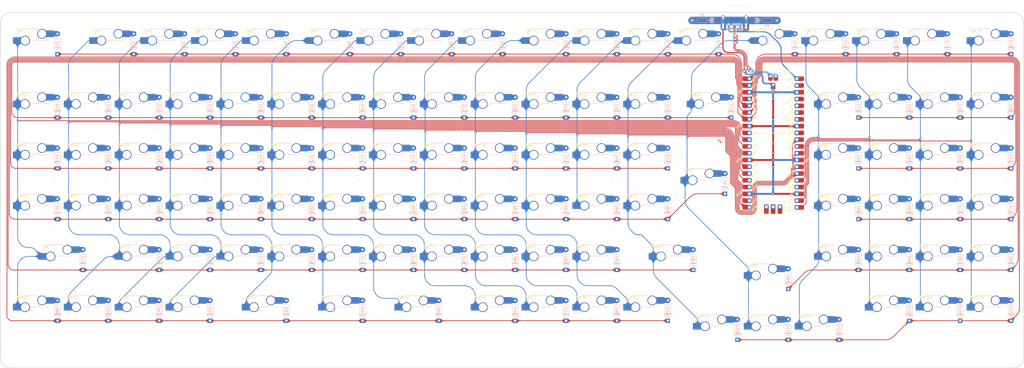
<source format=kicad_pcb>
(kicad_pcb (version 20221018) (generator pcbnew)
  (title_block (title "Keeb X3") (company "Wanesty"))
  (layers (0 "F.Cu" signal) (31 "B.Cu" signal) (34 "B.Paste" user) (35 "F.Paste" user) (36 "B.SilkS" user "B.Silkscreen") (37 "F.SilkS" user "F.Silkscreen") (38 "B.Mask" user) (39 "F.Mask" user) (44 "Edge.Cuts" user))
  (net 0 "")
  (net 1 "Net-(D1-A)")
  (net 2 "Net-(D2-A)")
  (net 3 "Net-(D3-A)")
  (net 4 "Net-(D4-A)")
  (net 5 "Net-(D5-A)")
  (net 6 "Net-(D6-A)")
  (net 7 "Net-(D7-A)")
  (net 8 "Net-(D8-A)")
  (net 9 "Net-(D9-A)")
  (net 10 "Net-(D10-A)")
  (net 11 "Net-(D11-A)")
  (net 12 "Net-(D12-A)")
  (net 13 "Net-(D13-A)")
  (net 14 "Net-(D14-A)")
  (net 15 "Net-(D15-A)")
  (net 16 "Net-(D16-A)")
  (net 17 "Net-(D17-A)")
  (net 18 "Net-(D18-A)")
  (net 19 "Net-(D19-A)")
  (net 20 "Net-(D20-A)")
  (net 21 "Net-(D21-A)")
  (net 22 "Net-(D22-A)")
  (net 23 "Net-(D23-A)")
  (net 24 "Net-(D24-A)")
  (net 25 "Net-(D25-A)")
  (net 26 "Net-(D26-A)")
  (net 27 "Net-(D27-A)")
  (net 28 "Net-(D28-A)")
  (net 29 "Net-(D29-A)")
  (net 30 "Net-(D30-A)")
  (net 31 "Net-(D31-A)")
  (net 32 "Net-(D32-A)")
  (net 33 "Net-(D33-A)")
  (net 34 "Net-(D34-A)")
  (net 35 "Net-(D35-A)")
  (net 36 "Net-(D36-A)")
  (net 37 "Net-(D37-A)")
  (net 38 "Net-(D38-A)")
  (net 39 "Net-(D39-A)")
  (net 40 "Net-(D40-A)")
  (net 41 "Net-(D41-A)")
  (net 42 "Net-(D42-A)")
  (net 43 "Net-(D43-A)")
  (net 44 "Net-(D44-A)")
  (net 45 "Net-(D45-A)")
  (net 46 "Net-(D46-A)")
  (net 47 "Net-(D47-A)")
  (net 48 "Net-(D48-A)")
  (net 49 "Net-(D49-A)")
  (net 50 "Net-(D50-A)")
  (net 51 "Net-(D51-A)")
  (net 52 "Net-(D52-A)")
  (net 53 "Net-(D53-A)")
  (net 54 "Net-(D54-A)")
  (net 55 "Net-(D55-A)")
  (net 56 "Net-(D56-A)")
  (net 57 "Net-(D57-A)")
  (net 58 "Net-(D58-A)")
  (net 59 "Net-(D59-A)")
  (net 60 "Net-(D60-A)")
  (net 61 "Net-(D61-A)")
  (net 62 "Net-(D62-A)")
  (net 63 "Net-(D63-A)")
  (net 64 "Net-(D64-A)")
  (net 65 "Net-(D65-A)")
  (net 66 "Net-(D66-A)")
  (net 67 "Net-(D67-A)")
  (net 68 "Net-(D68-A)")
  (net 69 "Net-(D69-A)")
  (net 70 "Net-(D70-A)")
  (net 71 "Net-(D71-A)")
  (net 72 "Net-(D72-A)")
  (net 73 "Net-(D73-A)")
  (net 74 "Net-(D74-A)")
  (net 75 "Net-(D75-A)")
  (net 76 "Net-(D76-A)")
  (net 77 "Net-(D77-A)")
  (net 78 "Net-(D78-A)")
  (net 79 "Net-(D79-A)")
  (net 80 "Net-(D80-A)")
  (net 81 "Net-(D81-A)")
  (net 82 "Net-(D82-A)")
  (net 83 "Net-(D83-A)")
  (net 84 "Net-(D84-A)")
  (net 85 "Net-(D85-A)")
  (net 86 "Net-(D86-A)")
  (net 87 "Net-(D87-A)")
  (net 88 "Net-(D88-A)")
  (net 89 "Net-(D89-A)")
  (net 90 "Net-(D90-A)")
  (net 91 "Net-(D91-A)")
  (net 92 "Net-(D92-A)")
  (net 93 "Net-(D93-A)")
  (net 94 "Net-(D94-A)")
  (net 95 "Net-(D95-A)")
  (net 96 "Net-(D96-A)")
  (net 97 "Net-(D97-A)")
  (net 98 "Net-(D98-A)")
  (net 99 "Net-(D99-A)")
  (net 100 "Net-(D100-A)")
  (net 101 "Net-(D101-A)")
  (net 102 "Net-(D102-A)")
  (net 103 "Net-(D103-A)")
  (net 104 "Net-(D104-A)")
  (net 105 "Net-(D105-A)")
  (net 116 "VBUS")
  (net 119 "GND")
  (net 120 "Net-(J1-CC1)")
  (net 121 "Net-(J1-CC2)")
  (net 122 "Row_0")
  (net 123 "Row_1")
  (net 124 "Row_2")
  (net 125 "Row_3")
  (net 126 "Row_4")
  (net 127 "Row_5")
  (net 128 "Col_0")
  (net 129 "Col_1")
  (net 130 "Col_2")
  (net 131 "Col_3")
  (net 132 "Col_4")
  (net 133 "Col_5")
  (net 134 "Col_6")
  (net 135 "Col_7")
  (net 136 "Col_8")
  (net 137 "Col_9")
  (net 138 "Col_16")
  (net 139 "Col_15")
  (net 140 "Col_14")
  (net 141 "Col_13")
  (net 142 "Col_12")
  (net 143 "Col_11")
  (net 144 "Col_10")
  (net 145 "/D+")
  (net 146 "/D-")
  (net 147 "Col_17")
  (footprint "Library:SW_Hotswap_Kailh_MX_plated_ISOEnter_180deg" (layer "F.Cu") (at 263.128125 65.484375)
    (fp_text reference "SW67")
    (fp_text value "MX_ENTER")
  )
  (footprint "Library:SW_Hotswap_Kailh_MX_plated_1.00u" (layer "F.Cu") (at 222.646875 55.959375)
    (fp_text reference "SW48")
    (fp_text value "MX_[")
  )
  (footprint "Library:SW_Hotswap_Kailh_MX_plated_1.00u" (layer "F.Cu") (at 222.646875 36.909375)
    (fp_text reference "SW30")
    (fp_text value "MX_-")
  )
  (footprint "Library:SW_Hotswap_Kailh_MX_plated_2.00u" (layer "F.Cu") (at 155.971875 113.109375)
    (fp_text reference "SW95")
    (fp_text value "MX-SPACE_3")
  )
  (footprint "Library:SW_Hotswap_Kailh_MX_plated_1.00u" (layer "F.Cu") (at 165.496875 75.009375)
    (fp_text reference "SW62")
    (fp_text value "MX_K")
  )
  (footprint "Library:SW_Hotswap_Kailh_MX_plated_1.00u" (layer "F.Cu") (at 108.346875 55.959375)
    (fp_text reference "SW42")
    (fp_text value "MX-T")
  )
  (footprint "Library:SW_Hotswap_Kailh_MX_plated_1.00u" (layer "F.Cu") (at 351.234375 36.909375)
    (fp_text reference "SW35")
    (fp_text value "MX_P*")
  )
  (footprint "Library:SW_Hotswap_Kailh_MX_plated_1.00u" (layer "F.Cu") (at 203.596875 13.096875)
    (fp_text reference "SW10")
    (fp_text value "MX_F9")
  )
  (footprint "Library:SW_Hotswap_Kailh_MX_plated_1.00u" (layer "F.Cu") (at 13.096875 113.109375)
    (fp_text reference "SW89")
    (fp_text value "MX-LCTRL")
  )
  (footprint "Library:SW_Hotswap_Kailh_MX_plated_2.00u" (layer "F.Cu") (at 98.821875 113.109375)
    (fp_text reference "SW93")
    (fp_text value "MX-SPACE_1")
  )
  (footprint "Mounting_Keyboard_Stabilizer:Stabilizer_Cherry_MX_2.00u" (layer "F.Cu") (at 98.821875 113.109375 180)
    (fp_text reference "stab_Shift1")
    (fp_text value "Stabilizer_Cherry_MX_2.00u")
  )
  (footprint "Library:SW_Hotswap_Kailh_MX_plated_1.00u" (layer "F.Cu") (at 89.296875 36.909375)
    (fp_text reference "SW23")
    (fp_text value "MX-4")
  )
  (footprint "Mounting_Keyboard_Stabilizer:Stabilizer_Cherry_MX_2.00u" (layer "F.Cu") (at 155.971875 113.109375 180)
    (fp_text reference "stab_Space2")
    (fp_text value "Stabilizer_Cherry_MX_2.00u")
  )
  (footprint "Library:SW_Hotswap_Kailh_MX_plated_1.00u" (layer "F.Cu") (at 60.721875 13.096875)
    (fp_text reference "SW3")
    (fp_text value "MX_F2")
  )
  (footprint "Library:SW_Hotswap_Kailh_MX_plated_1.00u" (layer "F.Cu") (at 32.146875 55.959375)
    (fp_text reference "SW38")
    (fp_text value "MX-Q")
  )
  (footprint "Library:SW_Hotswap_Kailh_MX_plated_1.00u" (layer "F.Cu") (at 241.696875 55.959375)
    (fp_text reference "SW49")
    (fp_text value "MX_]")
  )
  (footprint "Library:SW_Hotswap_Kailh_MX_plated_1.00u" (layer "F.Cu") (at 89.296875 94.059375)
    (fp_text reference "SW75")
    (fp_text value "MX-C")
  )
  (footprint "Library:SW_Hotswap_Kailh_MX_plated_1.00u" (layer "F.Cu") (at 332.184375 94.059375)
    (fp_text reference "SW86")
    (fp_text value "MX_P2")
  )
  (footprint "Library:SW_Hotswap_Kailh_MX_plated_1.00u" (layer "F.Cu") (at 222.646875 94.059375)
    (fp_text reference "SW82")
    (fp_text value "MX_/")
  )
  (footprint "Library:SW_Hotswap_Kailh_MX_plated_1.00u" (layer "F.Cu") (at 351.234375 113.109375)
    (fp_text reference "SW104")
    (fp_text value "MX_P.")
  )
  (footprint "Library:SW_Hotswap_Kailh_MX_plated_1.00u" (layer "F.Cu") (at 89.296875 75.009375)
    (fp_text reference "SW58")
    (fp_text value "MX-F")
  )
  (footprint "Library:SW_Hotswap_Kailh_MX_plated_1.00u" (layer "F.Cu") (at 351.234375 75.009375)
    (fp_text reference "SW70")
    (fp_text value "MX_P6")
  )
  (footprint "Library:SW_Hotswap_Kailh_MX_plated_2.00u" (layer "F.Cu") (at 22.621875 94.059375)
    (fp_text reference "SW72")
    (fp_text value "MX-Lshift")
  )
  (footprint "Library:SW_Hotswap_Kailh_MX_plated_1.00u" (layer "F.Cu") (at 70.246875 36.909375)
    (fp_text reference "SW22")
    (fp_text value "MX-3")
  )
  (footprint "Library:SW_Hotswap_Kailh_MX_plated_1.00u" (layer "F.Cu") (at 313.134375 36.909375)
    (fp_text reference "SW33")
    (fp_text value "MX_NLCK(prolly FN)")
  )
  (footprint "Library:SW_Hotswap_Kailh_MX_plated_1.00u" (layer "F.Cu") (at 203.596875 113.109375)
    (fp_text reference "SW97")
    (fp_text value "MX-RALT")
  )
  (footprint "Mounting_Keyboard_Stabilizer:Stabilizer_Cherry_MX_2.00u" (layer "F.Cu") (at 263.128125 65.484375 -90)
    (fp_text reference "stab_enter")
    (fp_text value "Stabilizer_Cherry_MX_2.00u")
  )
  (footprint "Library:SW_Hotswap_Kailh_MX_plated_1.00u" (layer "F.Cu") (at 370.284375 75.009375)
    (fp_text reference "SW71")
    (fp_text value "MX_PENT")
  )
  (footprint "Library:SW_Hotswap_Kailh_MX_plated_1.00u" (layer "F.Cu") (at 146.446875 75.009375)
    (fp_text reference "SW61")
    (fp_text value "MX_J")
  )
  (footprint "Library:SW_Hotswap_Kailh_MX_plated_1.00u" (layer "F.Cu") (at 332.184375 113.109375)
    (fp_text reference "SW103")
    (fp_text value "MX_P0")
  )
  (footprint "Library:SW_Hotswap_Kailh_MX_plated_1.00u" (layer "F.Cu") (at 32.146875 36.909375)
    (fp_text reference "SW20")
    (fp_text value "MX-1")
  )
  (footprint "Library:SW_Hotswap_Kailh_MX_plated_1.00u" (layer "F.Cu") (at 51.196875 36.909375)
    (fp_text reference "SW21")
    (fp_text value "MX-2")
  )
  (footprint "Library:SW_Hotswap_Kailh_MX_plated_1.00u" (layer "F.Cu") (at 127.396875 55.959375)
    (fp_text reference "SW43")
    (fp_text value "MX_Y")
  )
  (footprint "Library:SW_Hotswap_Kailh_MX_plated_1.00u" (layer "F.Cu") (at 327.421875 13.096875)
    (fp_text reference "SW16")
    (fp_text value "MX_Pause")
  )
  (footprint "Library:SW_Hotswap_Kailh_MX_plated_1.00u" (layer "F.Cu") (at 141.684375 13.096875)
    (fp_text reference "SW7")
    (fp_text value "MX_F6")
  )
  (footprint "Library:SW_Hotswap_Kailh_MX_plated_1.00u" (layer "F.Cu") (at 184.546875 94.059375)
    (fp_text reference "SW80")
    (fp_text value "MX_,")
  )
  (footprint "Library:SW_Hotswap_Kailh_MX_plated_1.00u" (layer "F.Cu") (at 203.596875 55.959375)
    (fp_text reference "SW47")
    (fp_text value "MX_P")
  )
  (footprint "Library:SW_Hotswap_Kailh_MX_plated_1.00u" (layer "F.Cu") (at 127.396875 75.009375)
    (fp_text reference "SW60")
    (fp_text value "MX_H")
  )
  (footprint "Library:SW_Hotswap_Kailh_MX_plated_1.00u" (layer "F.Cu") (at 313.134375 75.009375)
    (fp_text reference "SW68")
    (fp_text value "MX_P4")
  )
  (footprint "Library:SW_Hotswap_Kailh_MX_plated_1.00u" (layer "F.Cu") (at 370.284375 13.096875)
    (fp_text reference "SW18")
    (fp_text value "MX_Delete")
  )
  (footprint "Library:hole_1x03_D_0.7mm" (layer "F.Cu") (at 279.295 21.3)
    (fp_text reference "J2")
    (fp_text value "hole_1x03_D_0.7mm")
  )
  (footprint "Library:SW_Hotswap_Kailh_MX_plated_1.00u" (layer "F.Cu") (at 70.246875 55.959375)
    (fp_text reference "SW40")
    (fp_text value "MX-E")
  )
  (footprint "Library:SW_Hotswap_Kailh_MX_plated_1.00u" (layer "F.Cu") (at 108.346875 94.059375)
    (fp_text reference "SW76")
    (fp_text value "MX-V")
  )
  (footprint "Library:SW_Hotswap_Kailh_MX_plated_1.00u" (layer "F.Cu") (at 146.446875 36.909375)
    (fp_text reference "SW26")
    (fp_text value "MX_7")
  )
  (footprint "Library:SW_Hotswap_Kailh_MX_plated_1.00u" (layer "F.Cu") (at 203.596875 94.059375)
    (fp_text reference "SW81")
    (fp_text value "MX_.")
  )
  (footprint "Library:SW_Hotswap_Kailh_MX_plated_1.00u" (layer "F.Cu") (at 305.895375 120.253125)
    (fp_text reference "SW102")
    (fp_text value "MX_RIGHT")
  )
  (footprint "Library:SW_Hotswap_Kailh_MX_plated_1.00u" (layer "F.Cu") (at 370.284375 36.909375)
    (fp_text reference "SW36")
    (fp_text value "MX_P-")
  )
  (footprint "Library:SW_Hotswap_Kailh_MX_plated_1.00u" (layer "F.Cu") (at 222.646875 75.009375)
    (fp_text reference "SW65")
    (fp_text value "MX_'")
  )
  (footprint "Library:SW_Hotswap_Kailh_MX_plated_1.00u" (layer "F.Cu") (at 127.396875 94.059375)
    (fp_text reference "SW77")
    (fp_text value "MX-B")
  )
  (footprint "Library:SW_Hotswap_Kailh_MX_plated_1.00u" (layer "F.Cu") (at 127.396875 113.109375)
    (fp_text reference "SW94")
    (fp_text value "MX-SPACE_2")
  )
  (footprint "Library:SW_Hotswap_Kailh_MX_plated_1.00u" (layer "F.Cu") (at 41.671875 13.096875)
    (fp_text reference "SW2")
    (fp_text value "MX_F1")
  )
  (footprint "Library:SW_Hotswap_Kailh_MX_plated_1.00u" (layer "F.Cu") (at 32.146875 113.109375)
    (fp_text reference "SW90")
    (fp_text value "MX-LGUI")
  )
  (footprint "Library:SW_Hotswap_Kailh_MX_plated_1.00u" (layer "F.Cu") (at 351.234375 55.959375)
    (fp_text reference "SW52")
    (fp_text value "MX_P9")
  )
  (footprint "Library:SW_Hotswap_Kailh_MX_plated_1.00u" (layer "F.Cu") (at 332.184375 55.959375)
    (fp_text reference "SW51")
    (fp_text value "MX_P8")
  )
  (footprint "Library:SW_Hotswap_Kailh_MX_plated_1.00u" (layer "F.Cu") (at 267.795375 120.253125)
    (fp_text reference "SW100")
    (fp_text value "MX_LEFT")
  )
  (footprint "Library:SW_Hotswap_Kailh_MX_plated_1.00u" (layer "F.Cu") (at 108.346875 36.909375)
    (fp_text reference "SW24")
    (fp_text value "MX-5")
  )
  (footprint "Library:SW_Hotswap_Kailh_MX_plated_1.50u" (layer "F.Cu") (at 265.509375 36.909375)
    (fp_text reference "SW32")
    (fp_text value "MX_backspace")
  )
  (footprint "Library:SW_Hotswap_Kailh_MX_plated_1.00u" (layer "F.Cu") (at 313.134375 55.959375)
    (fp_text reference "SW50")
    (fp_text value "MX_P7")
  )
  (footprint "Library:SW_Hotswap_Kailh_MX_plated_1.00u" (layer "F.Cu") (at 89.296875 55.959375)
    (fp_text reference "SW41")
    (fp_text value "MX-R")
  )
  (footprint "Library:SW_Hotswap_Kailh_MX_plated_1.00u" (layer "F.Cu") (at 370.284375 113.109375)
    (fp_text reference "SW105")
    (fp_text value "MX_PGDOWN")
  )
  (footprint "Library:SW_Hotswap_Kailh_MX_plated_1.00u" (layer "F.Cu") (at 146.446875 94.059375)
    (fp_text reference "SW78")
    (fp_text value "MX_N")
  )
  (footprint "Library:SW_Hotswap_Kailh_MX_plated_1.00u" (layer "F.Cu") (at 51.196875 113.109375)
    (fp_text reference "SW91")
    (fp_text value "MX-LALT")
  )
  (footprint "Library:SW_Hotswap_Kailh_MX_plated_1.00u" (layer "F.Cu") (at 308.371875 13.096875)
    (fp_text reference "SW15")
    (fp_text value "MX_Scrlck")
  )
  (footprint "Library:SW_Hotswap_Kailh_MX_plated_1.00u" (layer "F.Cu") (at 370.284375 55.959375)
    (fp_text reference "SW53")
    (fp_text value "MX_P+")
  )
  (footprint "Library:SW_Hotswap_Kailh_MX_plated_1.00u" (layer "F.Cu") (at 184.546875 36.909375)
    (fp_text reference "SW28")
    (fp_text value "MX_9")
  )
  (footprint "Library:SW_Hotswap_Kailh_MX_plated_1.00u" (layer "F.Cu") (at 346.471875 13.096875)
    (fp_text reference "SW17")
    (fp_text value "MX_Insert")
  )
  (footprint "Library:SW_Hotswap_Kailh_MX_plated_1.00u" (layer "F.Cu") (at 108.346875 75.009375)
    (fp_text reference "SW59")
    (fp_text value "MX-G")
  )
  (footprint "Library:SW_Hotswap_Kailh_MX_plated_1.00u" (layer "F.Cu") (at 165.496875 36.909375)
    (fp_text reference "SW27")
    (fp_text value "MX_8")
  )
  (footprint "Connector_USB:USB_C_Receptacle_GCT_USB4085" (layer "F.Cu") (at 278.009375 6.116143 180)
    (fp_text reference "J1")
    (fp_text value "USB_C_Receptacle_USB2.0")
  )
  (footprint "Library:SW_Hotswap_Kailh_MX_plated_1.00u" (layer "F.Cu") (at 70.246875 75.009375)
    (fp_text reference "SW57")
    (fp_text value "MX-D")
  )
  (footprint "Library:SW_Hotswap_Kailh_MX_plated_1.00u" (layer "F.Cu") (at 146.446875 55.959375)
    (fp_text reference "SW44")
    (fp_text value "MX_U")
  )
  (footprint "Library:SW_Hotswap_Kailh_MX_plated_1.00u" (layer "F.Cu") (at 127.396875 36.909375)
    (fp_text reference "SW25")
    (fp_text value "MX_6")
  )
  (footprint "Library:SW_Hotswap_Kailh_MX_plated_1.00u" (layer "F.Cu") (at 32.146875 75.009375)
    (fp_text reference "SW55")
    (fp_text value "MX-A")
  )
  (footprint "Library:SW_Hotswap_Kailh_MX_plated_1.00u" (layer "F.Cu") (at 222.646875 13.096875)
    (fp_text reference "SW11")
    (fp_text value "MX_F10")
  )
  (footprint "Library:SW_Hotswap_Kailh_MX_plated_1.00u" (layer "F.Cu") (at 184.546875 113.109375)
    (fp_text reference "SW96")
    (fp_text value "MX-SPACE_4")
  )
  (footprint "Library:SW_Hotswap_Kailh_MX_plated_1.00u" (layer "F.Cu") (at 13.096875 13.096875)
    (fp_text reference "SW1")
    (fp_text value "MX-ESC")
  )
  (footprint "Library:SW_Hotswap_Kailh_MX_plated_1.00u" (layer "F.Cu") (at 13.096875 75.009375)
    (fp_text reference "SW54")
    (fp_text value "MX-CAPS")
  )
  (footprint "Library:SW_Hotswap_Kailh_MX_plated_1.00u" (layer "F.Cu") (at 286.845375 101.203125)
    (fp_text reference "SW84")
    (fp_text value "MX_UP")
  )
  (footprint "Library:SW_Hotswap_Kailh_MX_plated_1.00u" (layer "F.Cu") (at 51.196875 55.959375)
    (fp_text reference "SW39")
    (fp_text value "MX-W")
  )
  (footprint "Mounting_Keyboard_Stabilizer:Stabilizer_Cherry_MX_2.00u" (layer "F.Cu") (at 251.221875 94.059375 180)
    (fp_text reference "stab_Rshift")
    (fp_text value "Stabilizer_Cherry_MX_2.00u")
  )
  (footprint "Library:SW_Hotswap_Kailh_MX_plated_2.00u" (layer "F.Cu") (at 251.221875 94.059375)
    (fp_text reference "SW83")
    (fp_text value "MX_Rshift")
  )
  (footprint "Library:SW_Hotswap_Kailh_MX_plated_1.00u" (layer "F.Cu") (at 70.246875 94.059375)
    (fp_text reference "SW74")
    (fp_text value "MX-X")
  )
  (footprint "Library:SW_Hotswap_Kailh_MX_plated_1.00u" (layer "F.Cu") (at 332.184375 75.009375)
    (fp_text reference "SW69")
    (fp_text value "MX_P5")
  )
  (footprint "Library:SW_Hotswap_Kailh_MX_plated_1.00u" (layer "F.Cu") (at 313.134375 94.059375)
    (fp_text reference "SW85")
    (fp_text value "MX_P1")
  )
  (footprint "Library:SW_Hotswap_Kailh_MX_plated_1.00u" (layer "F.Cu") (at 241.696875 113.109375)
    (fp_text reference "SW99")
    (fp_text value "MX-RCTRL")
  )
  (footprint "Library:SW_Hotswap_Kailh_MX_plated_1.00u" (layer "F.Cu") (at 160.734375 13.096875)
    (fp_text reference "SW8")
    (fp_text value "MX_F7")
  )
  (footprint "Library:SW_Hotswap_Kailh_MX_plated_1.00u" (layer "F.Cu") (at 79.771875 13.096875)
    (fp_text reference "SW4")
    (fp_text value "MX_F3")
  )
  (footprint "Library:SW_Hotswap_Kailh_MX_plated_1.00u" (layer "F.Cu") (at 98.821875 13.096875)
    (fp_text reference "SW5")
    (fp_text value "MX_F4")
  )
  (footprint "Library:SW_Hotswap_Kailh_MX_plated_1.00u" (layer "F.Cu") (at 222.646875 113.109375)
    (fp_text reference "SW98")
    (fp_text value "MX-MENU")
  )
  (footprint "Library:SW_Hotswap_Kailh_MX_plated_1.00u" (layer "F.Cu") (at 165.496875 94.059375)
    (fp_text reference "SW79")
    (fp_text value "MX_M")
  )
  (footprint "Library:SW_Hotswap_Kailh_MX_plated_1.00u" (layer "F.Cu") (at 370.284375 94.059375)
    (fp_text reference "SW88")
    (fp_text value "MX_PGUP")
  )
  (footprint "Library:SW_Hotswap_Kailh_MX_plated_1.00u" (layer "F.Cu") (at 51.196875 75.009375)
    (fp_text reference "SW56")
    (fp_text value "MX-S")
  )
  (footprint "Library:SW_Hotswap_Kailh_MX_plated_1.00u" (layer "F.Cu") (at 165.496875 55.959375)
    (fp_text reference "SW45")
    (fp_text value "MX_I")
  )
  (footprint "Library:SW_Hotswap_Kailh_MX_plated_1.00u" (layer "F.Cu") (at 203.596875 36.909375)
    (fp_text reference "SW29")
    (fp_text value "MX_0")
  )
  (footprint "Library:SW_Hotswap_Kailh_MX_plated_1.00u" (layer "F.Cu") (at 13.096875 36.909375)
    (fp_text reference "SW19")
    (fp_text value "MX-~")
  )
  (footprint "Library:SW_Hotswap_Kailh_MX_plated_1.00u" (layer "F.Cu") (at 184.546875 55.959375)
    (fp_text reference "SW46")
    (fp_text value "MX_O")
  )
  (footprint "Library:SW_Hotswap_Kailh_MX_plated_1.00u" (layer "F.Cu") (at 289.321875 13.096875)
    (fp_text reference "SW14")
    (fp_text value "MX_PrtSc")
  )
  (footprint "Library:SW_Hotswap_Kailh_MX_plated_1.00u" (layer "F.Cu") (at 241.696875 75.009375)
    (fp_text reference "SW66")
    (fp_text value "MX_\\")
  )
  (footprint "Library:SW_Hotswap_Kailh_MX_plated_1.00u" (layer "F.Cu") (at 241.696875 36.909375)
    (fp_text reference "SW31")
    (fp_text value "MX_=")
  )
  (footprint "Library:SW_Hotswap_Kailh_MX_plated_1.00u" (layer "F.Cu") (at 260.746875 13.096875)
    (fp_text reference "SW13")
    (fp_text value "MX_F12")
  )
  (footprint "Library:SW_Hotswap_Kailh_MX_plated_1.00u" (layer "F.Cu") (at 351.234375 94.059375)
    (fp_text reference "SW87")
    (fp_text value "MX_P3")
  )
  (footprint "Library:SW_Hotswap_Kailh_MX_plated_1.00u" (layer "F.Cu") (at 70.246875 113.109375)
    (fp_text reference "SW92")
    (fp_text value "MX-SPACE_0")
  )
  (footprint "Library:SW_Hotswap_Kailh_MX_plated_1.00u" (layer "F.Cu") (at 286.845375 120.253125)
    (fp_text reference "SW101")
    (fp_text value "MX_DOWN")
  )
  (footprint "Library:SW_Hotswap_Kailh_MX_plated_1.00u" (layer "F.Cu") (at 122.634375 13.096875)
    (fp_text reference "SW6")
    (fp_text value "MX_F5")
  )
  (footprint "Library:RPi_Pico_SMD_TH" (layer "F.Cu") (at 289.5 49)
    (fp_text reference "U1")
    (fp_text value "Pico")
  )
  (footprint "Library:SW_Hotswap_Kailh_MX_plated_1.00u" (layer "F.Cu") (at 51.196875 94.059375)
    (fp_text reference "SW73")
    (fp_text value "MX-Z")
  )
  (footprint "Mounting_Keyboard_Stabilizer:Stabilizer_Cherry_MX_2.00u" (layer "F.Cu") (at 22.621875 94.059375 180)
    (fp_text reference "stab_Lshift")
    (fp_text value "Stabilizer_Cherry_MX_2.00u")
  )
  (footprint "Library:SW_Hotswap_Kailh_MX_plated_1.00u" (layer "F.Cu") (at 332.184375 36.909375)
    (fp_text reference "SW34")
    (fp_text value "MX_P/")
  )
  (footprint "Library:SW_Hotswap_Kailh_MX_plated_1.00u" (layer "F.Cu") (at 241.696875 13.096875)
    (fp_text reference "SW12")
    (fp_text value "MX_F11")
  )
  (footprint "Library:SW_Hotswap_Kailh_MX_plated_1.00u" (layer "F.Cu") (at 179.784375 13.096875)
    (fp_text reference "SW9")
    (fp_text value "MX_F8")
  )
  (footprint "Library:SW_Hotswap_Kailh_MX_plated_1.00u" (layer "F.Cu") (at 13.096875 55.959375)
    (fp_text reference "SW37")
    (fp_text value "MX-TAB")
  )
  (footprint "Library:SW_Hotswap_Kailh_MX_plated_1.00u" (layer "F.Cu") (at 203.596875 75.009375)
    (fp_text reference "SW64")
    (fp_text value "MX_;")
  )
  (footprint "Library:SW_Hotswap_Kailh_MX_plated_1.00u" (layer "F.Cu") (at 184.546875 75.009375)
    (fp_text reference "SW63")
    (fp_text value "MX_L")
  )
  (footprint "Library:D_DO-35_SOD27_P7.62mm_Horizontal_ref_center" (layer "B.Cu") (at 78.581328 96.599375 90)
    (fp_text reference "D74")
    (fp_text value "D_Small")
  )
  (footprint "Library:D_DO-35_SOD27_P7.62mm_Horizontal_ref_center" (layer "B.Cu") (at 150.018828 15.636875 90)
    (fp_text reference "D7")
    (fp_text value "D_Small")
  )
  (footprint "Library:D_DO-35_SOD27_P7.62mm_Horizontal_ref_center" (layer "B.Cu") (at 135.731328 39.449375 90)
    (fp_text reference "D25")
    (fp_text value "D_Small")
  )
  (footprint "Library:D_DO-35_SOD27_P7.62mm_Horizontal_ref_center" (layer "B.Cu") (at 295.179828 103.743125 90)
    (fp_text reference "D84")
    (fp_text value "D_Small")
  )
  (footprint "Library:D_DO-35_SOD27_P7.62mm_Horizontal_ref_center" (layer "B.Cu") (at 164.306328 115.649375 90)
    (fp_text reference "D95")
    (fp_text value "D_Small")
  )
  (footprint "Resistor_THT_AKL:R_Axial_DIN0204_L3.6mm_D1.6mm_P7.62mm_Horizontal" (layer "B.Cu") (at 266.7 3 180)
    (fp_text reference "R2")
    (fp_text value "5.1k" hide)
  )
  (footprint "Library:D_DO-35_SOD27_P7.62mm_Horizontal_ref_center" (layer "B.Cu") (at 378.618828 96.599375 90)
    (fp_text reference "D88")
    (fp_text value "D_Small")
  )
  (footprint "Library:D_DO-35_SOD27_P7.62mm_Horizontal_ref_center" (layer "B.Cu") (at 116.681328 58.499375 90)
    (fp_text reference "D42")
    (fp_text value "D_Small")
  )
  (footprint "Library:D_DO-35_SOD27_P7.62mm_Horizontal_ref_center" (layer "B.Cu") (at 359.568828 77.549375 90)
    (fp_text reference "D70")
    (fp_text value "D_Small")
  )
  (footprint "Library:D_DO-35_SOD27_P7.62mm_Horizontal_ref_center" (layer "B.Cu") (at 230.981328 39.449375 90)
    (fp_text reference "D30")
    (fp_text value "D_Small")
  )
  (footprint "Library:D_DO-35_SOD27_P7.62mm_Horizontal_ref_center" (layer "B.Cu") (at 78.581328 58.499375 90)
    (fp_text reference "D40")
    (fp_text value "D_Small")
  )
  (footprint "Library:D_DO-35_SOD27_P7.62mm_Horizontal_ref_center" (layer "B.Cu") (at 135.731328 58.499375 90)
    (fp_text reference "D43")
    (fp_text value "D_Small")
  )
  (footprint "Library:D_DO-35_SOD27_P7.62mm_Horizontal_ref_center" (layer "B.Cu") (at 359.568828 115.649375 90)
    (fp_text reference "D104")
    (fp_text value "D_Small")
  )
  (footprint "Library:D_DO-35_SOD27_P7.62mm_Horizontal_ref_center" (layer "B.Cu") (at 297.656328 15.636875 90)
    (fp_text reference "D14")
    (fp_text value "D_Small")
  )
  (footprint "Library:D_DO-35_SOD27_P7.62mm_Horizontal_ref_center" (layer "B.Cu") (at 230.981328 96.599375 90)
    (fp_text reference "D82")
    (fp_text value "D_Small")
  )
  (footprint "Library:D_DO-35_SOD27_P7.62mm_Horizontal_ref_center" (layer "B.Cu") (at 354.806328 15.636875 90)
    (fp_text reference "D17")
    (fp_text value "D_Small")
  )
  (footprint "Library:D_DO-35_SOD27_P7.62mm_Horizontal_ref_center" (layer "B.Cu") (at 192.881328 58.499375 90)
    (fp_text reference "D46")
    (fp_text value "D_Small")
  )
  (footprint "Library:D_DO-35_SOD27_P7.62mm_Horizontal_ref_center" (layer "B.Cu") (at 78.581328 115.649375 90)
    (fp_text reference "D92")
    (fp_text value "D_Small")
  )
  (footprint "Library:D_DO-35_SOD27_P7.62mm_Horizontal_ref_center" (layer "B.Cu") (at 154.781328 77.549375 90)
    (fp_text reference "D61")
    (fp_text value "D_Small")
  )
  (footprint "Library:D_DO-35_SOD27_P7.62mm_Horizontal_ref_center" (layer "B.Cu") (at 88.106328 15.636875 90)
    (fp_text reference "D4")
    (fp_text value "D_Small")
  )
  (footprint "Library:D_DO-35_SOD27_P7.62mm_Horizontal_ref_center" (layer "B.Cu") (at 276.129828 122.793125 90)
    (fp_text reference "D100")
    (fp_text value "D_Small")
  )
  (footprint "Library:D_DO-35_SOD27_P7.62mm_Horizontal_ref_center" (layer "B.Cu") (at 359.568828 39.449375 90)
    (fp_text reference "D35")
    (fp_text value "D_Small")
  )
  (footprint "Library:D_DO-35_SOD27_P7.62mm_Horizontal_ref_center" (layer "B.Cu") (at 321.468828 77.549375 90)
    (fp_text reference "D68")
    (fp_text value "D_Small")
  )
  (footprint "Library:D_DO-35_SOD27_P7.62mm_Horizontal_ref_center" (layer "B.Cu") (at 269.081328 15.636875 90)
    (fp_text reference "D13")
    (fp_text value "D_Small")
  )
  (footprint "Library:D_DO-35_SOD27_P7.62mm_Horizontal_ref_center" (layer "B.Cu") (at 154.781328 96.599375 90)
    (fp_text reference "D78")
    (fp_text value "D_Small")
  )
  (footprint "Library:D_DO-35_SOD27_P7.62mm_Horizontal_ref_center" (layer "B.Cu") (at 321.468828 39.449375 90)
    (fp_text reference "D33")
    (fp_text value "D_Small")
  )
  (footprint "Library:D_DO-35_SOD27_P7.62mm_Horizontal_ref_center" (layer "B.Cu") (at 135.731328 115.649375 90)
    (fp_text reference "D94")
    (fp_text value "D_Small")
  )
  (footprint "Library:D_DO-35_SOD27_P7.62mm_Horizontal_ref_center" (layer "B.Cu") (at 211.931328 77.549375 90)
    (fp_text reference "D64")
    (fp_text value "D_Small")
  )
  (footprint "Library:D_DO-35_SOD27_P7.62mm_Horizontal_ref_center" (layer "B.Cu") (at 40.481328 77.549375 90)
    (fp_text reference "D55")
    (fp_text value "D_Small")
  )
  (footprint "Library:D_DO-35_SOD27_P7.62mm_Horizontal_ref_center" (layer "B.Cu") (at 335.756328 15.636875 90)
    (fp_text reference "D16")
    (fp_text value "D_Small")
  )
  (footprint "Library:D_DO-35_SOD27_P7.62mm_Horizontal_ref_center" (layer "B.Cu") (at 50.006328 15.636875 90)
    (fp_text reference "D2")
    (fp_text value "D_Small")
  )
  (footprint "Library:D_DO-35_SOD27_P7.62mm_Horizontal_ref_center" (layer "B.Cu") (at 59.531328 39.449375 90)
    (fp_text reference "D21")
    (fp_text value "D_Small")
  )
  (footprint "Library:D_DO-35_SOD27_P7.62mm_Horizontal_ref_center" (layer "B.Cu") (at 359.568828 58.499375 90)
    (fp_text reference "D52")
    (fp_text value "D_Small")
  )
  (footprint "Library:D_DO-35_SOD27_P7.62mm_Horizontal_ref_center" (layer "B.Cu") (at 173.831328 96.599375 90)
    (fp_text reference "D79")
    (fp_text value "D_Small")
  )
  (footprint "Library:D_DO-35_SOD27_P7.62mm_Horizontal_ref_center" (layer "B.Cu") (at 40.481328 115.649375 90)
    (fp_text reference "D90")
    (fp_text value "D_Small")
  )
  (footprint "Library:D_DO-35_SOD27_P7.62mm_Horizontal_ref_center" (layer "B.Cu") (at 230.981328 115.649375 90)
    (fp_text reference "D98")
    (fp_text value "D_Small")
  )
  (footprint "Library:D_DO-35_SOD27_P7.62mm_Horizontal_ref_center" (layer "B.Cu") (at 230.981328 77.549375 90)
    (fp_text reference "D65")
    (fp_text value "D_Small")
  )
  (footprint "Library:D_DO-35_SOD27_P7.62mm_Horizontal_ref_center" (layer "B.Cu") (at 211.931328 115.649375 90)
    (fp_text reference "D97")
    (fp_text value "D_Small")
  )
  (footprint "Library:D_DO-35_SOD27_P7.62mm_Horizontal_ref_center" (layer "B.Cu") (at 97.631328 96.599375 90)
    (fp_text reference "D75")
    (fp_text value "D_Small")
  )
  (footprint "Library:D_DO-35_SOD27_P7.62mm_Horizontal_ref_center" (layer "B.Cu") (at 59.531328 115.649375 90)
    (fp_text reference "D91")
    (fp_text value "D_Small")
  )
  (footprint "Library:D_DO-35_SOD27_P7.62mm_Horizontal_ref_center" (layer "B.Cu") (at 97.631328 39.449375 90)
    (fp_text reference "D23")
    (fp_text value "D_Small")
  )
  (footprint "Library:D_DO-35_SOD27_P7.62mm_Horizontal_ref_center" (layer "B.Cu") (at 230.981328 15.636875 90)
    (fp_text reference "D11")
    (fp_text value "D_Small")
  )
  (footprint "Library:D_DO-35_SOD27_P7.62mm_Horizontal_ref_center" (layer "B.Cu") (at 30.956328 96.599375 90)
    (fp_text reference "D72")
    (fp_text value "D_Small")
  )
  (footprint "Library:D_DO-35_SOD27_P7.62mm_Horizontal_ref_center" (layer "B.Cu") (at 378.618828 58.499375 90)
    (fp_text reference "D53")
    (fp_text value "D_Small")
  )
  (footprint "Library:D_DO-35_SOD27_P7.62mm_Horizontal_ref_center" (layer "B.Cu") (at 250.031328 39.449375 90)
    (fp_text reference "D31")
    (fp_text value "D_Small")
  )
  (footprint "Library:D_DO-35_SOD27_P7.62mm_Horizontal_ref_center" (layer "B.Cu") (at 21.431328 115.649375 90)
    (fp_text reference "D89")
    (fp_text value "D_Small")
  )
  (footprint "Library:D_DO-35_SOD27_P7.62mm_Horizontal_ref_center" (layer "B.Cu") (at 271.462578 68.024375 90)
    (fp_text reference "D67")
    (fp_text value "D_Small")
  )
  (footprint "Library:D_DO-35_SOD27_P7.62mm_Horizontal_ref_center" (layer "B.Cu") (at 211.931328 15.636875 90)
    (fp_text reference "D10")
    (fp_text value "D_Small")
  )
  (footprint "Library:D_DO-35_SOD27_P7.62mm_Horizontal_ref_center" (layer "B.Cu") (at 21.431328 77.549375 90)
    (fp_text reference "D54")
    (fp_text value "D_Small")
  )
  (footprint "Library:D_DO-35_SOD27_P7.62mm_Horizontal_ref_center" (layer "B.Cu") (at 78.581328 39.449375 90)
    (fp_text reference "D22")
    (fp_text value "D_Small")
  )
  (footprint "Library:D_DO-35_SOD27_P7.62mm_Horizontal_ref_center" (layer "B.Cu") (at 116.681328 96.599375 90)
    (fp_text reference "D76")
    (fp_text value "D_Small")
  )
  (footprint "Library:D_DO-35_SOD27_P7.62mm_Horizontal_ref_center" (layer "B.Cu") (at 188.118828 15.636875 90)
    (fp_text reference "D9")
    (fp_text value "D_Small")
  )
  (footprint "Library:D_DO-35_SOD27_P7.62mm_Horizontal_ref_center" (layer "B.Cu") (at 321.468828 58.499375 90)
    (fp_text reference "D50")
    (fp_text value "D_Small")
  )
  (footprint "Library:D_DO-35_SOD27_P7.62mm_Horizontal_ref_center" (layer "B.Cu") (at 250.031328 58.499375 90)
    (fp_text reference "D49")
    (fp_text value "D_Small")
  )
  (footprint "Library:D_DO-35_SOD27_P7.62mm_Horizontal_ref_center" (layer "B.Cu") (at 230.981328 58.499375 90)
    (fp_text reference "D48")
    (fp_text value "D_Small")
  )
  (footprint "Library:D_DO-35_SOD27_P7.62mm_Horizontal_ref_center" (layer "B.Cu") (at 340.518828 96.599375 90)
    (fp_text reference "D86")
    (fp_text value "D_Small")
  )
  (footprint "Library:D_DO-35_SOD27_P7.62mm_Horizontal_ref_center" (layer "B.Cu") (at 378.618828 115.649375 90)
    (fp_text reference "D105")
    (fp_text value "D_Small")
  )
  (footprint "Library:D_DO-35_SOD27_P7.62mm_Horizontal_ref_center" (layer "B.Cu") (at 378.618828 15.636875 90)
    (fp_text reference "D18")
    (fp_text value "D_Small")
  )
  (footprint "Library:D_DO-35_SOD27_P7.62mm_Horizontal_ref_center" (layer "B.Cu") (at 59.531328 58.499375 90)
    (fp_text reference "D39")
    (fp_text value "D_Small")
  )
  (footprint "Library:D_DO-35_SOD27_P7.62mm_Horizontal_ref_center" (layer "B.Cu") (at 154.781328 39.449375 90)
    (fp_text reference "D26")
    (fp_text value "D_Small")
  )
  (footprint "Library:D_DO-35_SOD27_P7.62mm_Horizontal_ref_center" (layer "B.Cu") (at 97.631328 58.499375 90)
    (fp_text reference "D41")
    (fp_text value "D_Small")
  )
  (footprint "Library:D_DO-35_SOD27_P7.62mm_Horizontal_ref_center" (layer "B.Cu") (at 130.968828 15.636875 90)
    (fp_text reference "D6")
    (fp_text value "D_Small")
  )
  (footprint "Library:D_DO-35_SOD27_P7.62mm_Horizontal_ref_center" (layer "B.Cu") (at 116.681328 77.549375 90)
    (fp_text reference "D59")
    (fp_text value "D_Small")
  )
  (footprint "Library:D_DO-35_SOD27_P7.62mm_Horizontal_ref_center" (layer "B.Cu") (at 250.031328 77.549375 90)
    (fp_text reference "D66")
    (fp_text value "D_Small")
  )
  (footprint "Library:D_DO-35_SOD27_P7.62mm_Horizontal_ref_center" (layer "B.Cu") (at 107.156328 115.649375 90)
    (fp_text reference "D93")
    (fp_text value "D_Small")
  )
  (footprint "Library:D_DO-35_SOD27_P7.62mm_Horizontal_ref_center" (layer "B.Cu") (at 173.831328 39.449375 90)
    (fp_text reference "D27")
    (fp_text value "D_Small")
  )
  (footprint "Library:D_DO-35_SOD27_P7.62mm_Horizontal_ref_center" (layer "B.Cu") (at 192.881328 77.549375 90)
    (fp_text reference "D63")
    (fp_text value "D_Small")
  )
  (footprint "Library:D_DO-35_SOD27_P7.62mm_Horizontal_ref_center" (layer "B.Cu") (at 250.031328 115.649375 90)
    (fp_text reference "D99")
    (fp_text value "D_Small")
  )
  (footprint "Library:D_DO-35_SOD27_P7.62mm_Horizontal_ref_center" (layer "B.Cu") (at 192.881328 96.599375 90)
    (fp_text reference "D80")
    (fp_text value "D_Small")
  )
  (footprint "Library:D_DO-35_SOD27_P7.62mm_Horizontal_ref_center" (layer "B.Cu") (at 259.556328 96.599375 90)
    (fp_text reference "D83")
    (fp_text value "D_Small")
  )
  (footprint "Library:D_DO-35_SOD27_P7.62mm_Horizontal_ref_center" (layer "B.Cu") (at 340.518828 115.649375 90)
    (fp_text reference "D103")
    (fp_text value "D_Small")
  )
  (footprint "Library:D_DO-35_SOD27_P7.62mm_Horizontal_ref_center" (layer "B.Cu") (at 21.431328 58.499375 90)
    (fp_text reference "D37")
    (fp_text value "D_Small")
  )
  (footprint "Library:D_DO-35_SOD27_P7.62mm_Horizontal_ref_center" (layer "B.Cu") (at 340.518828 58.499375 90)
    (fp_text reference "D51")
    (fp_text value "D_Small")
  )
  (footprint "Resistor_THT_AKL:R_Axial_DIN0204_L3.6mm_D1.6mm_P7.62mm_Horizontal" (layer "B.Cu") (at 283.36875 3)
    (fp_text reference "R1")
    (fp_text value "5.1k" hide)
  )
  (footprint "Library:D_DO-35_SOD27_P7.62mm_Horizontal_ref_center" (layer "B.Cu") (at 78.581328 77.549375 90)
    (fp_text reference "D57")
    (fp_text value "D_Small")
  )
  (footprint "Library:D_DO-35_SOD27_P7.62mm_Horizontal_ref_center" (layer "B.Cu") (at 192.881328 39.449375 90)
    (fp_text reference "D28")
    (fp_text value "D_Small")
  )
  (footprint "Library:D_DO-35_SOD27_P7.62mm_Horizontal_ref_center" (layer "B.Cu") (at 135.731328 77.549375 90)
    (fp_text reference "D60")
    (fp_text value "D_Small")
  )
  (footprint "Library:D_DO-35_SOD27_P7.62mm_Horizontal_ref_center" (layer "B.Cu") (at 321.468828 96.599375 90)
    (fp_text reference "D85")
    (fp_text value "D_Small")
  )
  (footprint "Library:D_DO-35_SOD27_P7.62mm_Horizontal_ref_center" (layer "B.Cu") (at 173.831328 77.549375 90)
    (fp_text reference "D62")
    (fp_text value "D_Small")
  )
  (footprint "Library:D_DO-35_SOD27_P7.62mm_Horizontal_ref_center" (layer "B.Cu") (at 116.681328 39.449375 90)
    (fp_text reference "D24")
    (fp_text value "D_Small")
  )
  (footprint "Library:D_DO-35_SOD27_P7.62mm_Horizontal_ref_center" (layer "B.Cu") (at 107.156328 15.636875 90)
    (fp_text reference "D5")
    (fp_text value "D_Small")
  )
  (footprint "Library:D_DO-35_SOD27_P7.62mm_Horizontal_ref_center" (layer "B.Cu") (at 295.179828 122.793125 90)
    (fp_text reference "D101")
    (fp_text value "D_Small")
  )
  (footprint "Library:D_DO-35_SOD27_P7.62mm_Horizontal_ref_center" (layer "B.Cu") (at 359.568828 96.599375 90)
    (fp_text reference "D87")
    (fp_text value "D_Small")
  )
  (footprint "Library:D_DO-35_SOD27_P7.62mm_Horizontal_ref_center" (layer "B.Cu") (at 211.931328 39.449375 90)
    (fp_text reference "D29")
    (fp_text value "D_Small")
  )
  (footprint "Library:D_DO-35_SOD27_P7.62mm_Horizontal_ref_center" (layer "B.Cu") (at 69.056328 15.636875 90)
    (fp_text reference "D3")
    (fp_text value "D_Small")
  )
  (footprint "Library:D_DO-35_SOD27_P7.62mm_Horizontal_ref_center" (layer "B.Cu") (at 378.618828 77.549375 90)
    (fp_text reference "D71")
    (fp_text value "D_Small")
  )
  (footprint "Library:D_DO-35_SOD27_P7.62mm_Horizontal_ref_center" (layer "B.Cu") (at 250.031328 15.636875 90)
    (fp_text reference "D12")
    (fp_text value "D_Small")
  )
  (footprint "Library:D_DO-35_SOD27_P7.62mm_Horizontal_ref_center" (layer "B.Cu") (at 314.229828 122.793125 90)
    (fp_text reference "D102")
    (fp_text value "D_Small")
  )
  (footprint "Library:D_DO-35_SOD27_P7.62mm_Horizontal_ref_center" (layer "B.Cu") (at 378.618828 39.449375 90)
    (fp_text reference "D36")
    (fp_text value "D_Small")
  )
  (footprint "Library:D_DO-35_SOD27_P7.62mm_Horizontal_ref_center" (layer "B.Cu") (at 273.843828 39.449375 90)
    (fp_text reference "D32")
    (fp_text value "D_Small")
  )
  (footprint "Library:D_DO-35_SOD27_P7.62mm_Horizontal_ref_center" (layer "B.Cu") (at 340.518828 77.549375 90)
    (fp_text reference "D69")
    (fp_text value "D_Small")
  )
  (footprint "Library:D_DO-35_SOD27_P7.62mm_Horizontal_ref_center" (layer "B.Cu") (at 169.068828 15.636875 90)
    (fp_text reference "D8")
    (fp_text value "D_Small")
  )
  (footprint "Library:D_DO-35_SOD27_P7.62mm_Horizontal_ref_center" (layer "B.Cu") (at 173.831328 58.499375 90)
    (fp_text reference "D45")
    (fp_text value "D_Small")
  )
  (footprint "Library:D_DO-35_SOD27_P7.62mm_Horizontal_ref_center" (layer "B.Cu") (at 59.531328 77.549375 90)
    (fp_text reference "D56")
    (fp_text value "D_Small")
  )
  (footprint "Library:D_DO-35_SOD27_P7.62mm_Horizontal_ref_center" (layer "B.Cu") (at 211.931328 58.499375 90)
    (fp_text reference "D47")
    (fp_text value "D_Small")
  )
  (footprint "Library:D_DO-35_SOD27_P7.62mm_Horizontal_ref_center" (layer "B.Cu") (at 40.481328 58.499375 90)
    (fp_text reference "D38")
    (fp_text value "D_Small")
  )
  (footprint "Library:D_DO-35_SOD27_P7.62mm_Horizontal_ref_center" (layer "B.Cu") (at 135.731328 96.599375 90)
    (fp_text reference "D77")
    (fp_text value "D_Small")
  )
  (footprint "Library:D_DO-35_SOD27_P7.62mm_Horizontal_ref_center" (layer "B.Cu") (at 21.431328 39.449375 90)
    (fp_text reference "D19")
    (fp_text value "D_Small")
  )
  (footprint "Library:D_DO-35_SOD27_P7.62mm_Horizontal_ref_center" (layer "B.Cu") (at 211.931328 96.599375 90)
    (fp_text reference "D81")
    (fp_text value "D_Small")
  )
  (footprint "Library:D_DO-35_SOD27_P7.62mm_Horizontal_ref_center" (layer "B.Cu") (at 59.531328 96.599375 90)
    (fp_text reference "D73")
    (fp_text value "D_Small")
  )
  (footprint "Library:D_DO-35_SOD27_P7.62mm_Horizontal_ref_center" (layer "B.Cu") (at 340.518828 39.449375 90)
    (fp_text reference "D34")
    (fp_text value "D_Small")
  )
  (footprint "Library:D_DO-35_SOD27_P7.62mm_Horizontal_ref_center" (layer "B.Cu") (at 21.431328 15.636875 90)
    (fp_text reference "D1")
    (fp_text value "D_Small")
  )
  (footprint "Library:D_DO-35_SOD27_P7.62mm_Horizontal_ref_center" (layer "B.Cu") (at 192.881328 115.649375 90)
    (fp_text reference "D96")
    (fp_text value "D_Small")
  )
  (footprint "Library:D_DO-35_SOD27_P7.62mm_Horizontal_ref_center" (layer "B.Cu") (at 154.781328 58.499375 90)
    (fp_text reference "D44")
    (fp_text value "D_Small")
  )
  (footprint "Library:D_DO-35_SOD27_P7.62mm_Horizontal_ref_center" (layer "B.Cu") (at 40.481328 39.449375 90)
    (fp_text reference "D20")
    (fp_text value "D_Small")
  )
  (footprint "Library:D_DO-35_SOD27_P7.62mm_Horizontal_ref_center" (layer "B.Cu") (at 97.631328 77.549375 90)
    (fp_text reference "D58")
    (fp_text value "D_Small")
  )
  (footprint "Library:D_DO-35_SOD27_P7.62mm_Horizontal_ref_center" (layer "B.Cu") (at 316.706328 15.636875 90)
    (fp_text reference "D15")
    (fp_text value "D_Small")
  )
  (gr_line (start 269.73 48.11) (end 269.73 48.81) (stroke (width 0.2)) (layer "F.Cu"))
  (gr_line (start 269.73 48.81) (end 270.43 48.809999) (stroke (width 0.2)) (layer "F.Cu"))
  (gr_line (start 269.03 48.11) (end 269.73 48.11) (stroke (width 0.2)) (layer "F.Cu"))
  (gr_line (start 269.030001 47.41) (end 269.03 48.11) (stroke (width 0.2)) (layer "F.Cu"))
  (gr_arc (start 383.38125 129.35) (mid 382.20968 132.178445) (end 379.38125 133.35) (stroke (width 0.2)) (layer "Edge.Cuts"))
  (gr_line (start 0 129.35) (end 0 4) (stroke (width 0.2)) (layer "Edge.Cuts"))
  (gr_arc (start 0 4) (mid 1.171573 1.171573) (end 4 0) (stroke (width 0.2)) (layer "Edge.Cuts"))
  (gr_line (start 4 0) (end 379.38125 0) (stroke (width 0.2)) (layer "Edge.Cuts"))
  (gr_line (start 379.38125 133.35) (end 4 133.35) (stroke (width 0.2)) (layer "Edge.Cuts"))
  (gr_arc (start 379.38125 0) (mid 382.209677 1.171573) (end 383.38125 4) (stroke (width 0.2)) (layer "Edge.Cuts"))
  (gr_line (start 383.38125 4) (end 383.38125 129.35) (stroke (width 0.2)) (layer "Edge.Cuts"))
  (gr_arc (start 4 133.35) (mid 1.171573 132.178427) (end 0 129.35) (stroke (width 0.2)) (layer "Edge.Cuts"))
  (gr_text "JLCJLCJLCJLC" (at 284 45.8) (layer "F.SilkS") (effects (font (size 0.8 1) (thickness 0.15) bold) (justify left bottom)))
  (gr_text "TP1 GND\nTP2 USB_DM\nTP3 USB_DP" (at 293.32 23.02) (layer "F.SilkS") (effects (font (size 0.4 0.4) (thickness 0.1) bold) (justify left bottom)))
  (segment (start 18.416875 8.016875) (end 21.431328 8.016875) (width 2) (layer "B.Cu") (net 1))
  (segment (start 46.991875 8.016875) (end 50.006328 8.016875) (width 2) (layer "B.Cu") (net 2))
  (segment (start 66.041875 8.016875) (end 69.056328 8.016875) (width 2) (layer "B.Cu") (net 3))
  (segment (start 85.091875 8.016875) (end 88.106328 8.016875) (width 2) (layer "B.Cu") (net 4))
  (segment (start 104.141875 8.016875) (end 107.156328 8.016875) (width 2) (layer "B.Cu") (net 5))
  (segment (start 127.954375 8.016875) (end 130.968828 8.016875) (width 2) (layer "B.Cu") (net 6))
  (segment (start 147.004375 8.016875) (end 150.018828 8.016875) (width 2) (layer "B.Cu") (net 7))
  (segment (start 166.054375 8.016875) (end 169.068828 8.016875) (width 2) (layer "B.Cu") (net 8))
  (segment (start 185.104375 8.016875) (end 188.118828 8.016875) (width 2) (layer "B.Cu") (net 9))
  (segment (start 211.931328 8.016875) (end 208.916875 8.016875) (width 2) (layer "B.Cu") (net 10))
  (segment (start 230.981328 8.016875) (end 227.966875 8.016875) (width 2) (layer "B.Cu") (net 11))
  (segment (start 250.031328 8.016875) (end 247.016875 8.016875) (width 2) (layer "B.Cu") (net 12))
  (segment (start 269.081328 8.016875) (end 266.066875 8.016875) (width 2) (layer "B.Cu") (net 13))
  (segment (start 294.641875 8.016875) (end 297.656328 8.016875) (width 2) (layer "B.Cu") (net 14))
  (segment (start 313.691875 8.016875) (end 316.706328 8.016875) (width 2) (layer "B.Cu") (net 15))
  (segment (start 332.741875 8.016875) (end 335.756328 8.016875) (width 2) (layer "B.Cu") (net 16))
  (segment (start 351.791875 8.016875) (end 354.806328 8.016875) (width 2) (layer "B.Cu") (net 17))
  (segment (start 378.618828 8.016875) (end 375.604375 8.016875) (width 2) (layer "B.Cu") (net 18))
  (segment (start 18.416875 31.829375) (end 21.431328 31.829375) (width 2) (layer "B.Cu") (net 19))
  (segment (start 37.466875 31.829375) (end 40.481328 31.829375) (width 2) (layer "B.Cu") (net 20))
  (segment (start 56.516875 31.829375) (end 59.531328 31.829375) (width 2) (layer "B.Cu") (net 21))
  (segment (start 75.566875 31.829375) (end 78.581328 31.829375) (width 2) (layer "B.Cu") (net 22))
  (segment (start 94.616875 31.829375) (end 97.631328 31.829375) (width 2) (layer "B.Cu") (net 23))
  (segment (start 113.666875 31.829375) (end 116.681328 31.829375) (width 2) (layer "B.Cu") (net 24))
  (segment (start 132.716875 31.829375) (end 135.731328 31.829375) (width 2) (layer "B.Cu") (net 25))
  (segment (start 151.766875 31.829375) (end 154.781328 31.829375) (width 2) (layer "B.Cu") (net 26))
  (segment (start 170.816875 31.829375) (end 173.831328 31.829375) (width 2) (layer "B.Cu") (net 27))
  (segment (start 189.866875 31.829375) (end 192.881328 31.829375) (width 2) (layer "B.Cu") (net 28))
  (segment (start 208.916875 31.829375) (end 211.931328 31.829375) (width 2) (layer "B.Cu") (net 29))
  (segment (start 227.966875 31.829375) (end 230.981328 31.829375) (width 2) (layer "B.Cu") (net 30))
  (segment (start 247.016875 31.829375) (end 250.031328 31.829375) (width 2) (layer "B.Cu") (net 31))
  (segment (start 270.829375 31.829375) (end 273.843828 31.829375) (width 2) (layer "B.Cu") (net 32))
  (segment (start 318.454375 31.829375) (end 321.468828 31.829375) (width 2) (layer "B.Cu") (net 33))
  (segment (start 337.504375 31.829375) (end 340.518828 31.829375) (width 2) (layer "B.Cu") (net 34))
  (segment (start 356.554375 31.829375) (end 359.568828 31.829375) (width 2) (layer "B.Cu") (net 35))
  (segment (start 378.618828 31.829375) (end 375.604375 31.829375) (width 2) (layer "B.Cu") (net 36))
  (segment (start 21.431328 50.879375) (end 18.416875 50.879375) (width 2) (layer "B.Cu") (net 37))
  (segment (start 40.481328 50.879375) (end 37.466875 50.879375) (width 2) (layer "B.Cu") (net 38))
  (segment (start 56.516875 50.879375) (end 59.531328 50.879375) (width 2) (layer "B.Cu") (net 39))
  (segment (start 75.566875 50.879375) (end 78.581328 50.879375) (width 2) (layer "B.Cu") (net 40))
  (segment (start 94.616875 50.879375) (end 97.631328 50.879375) (width 2) (layer "B.Cu") (net 41))
  (segment (start 113.666875 50.879375) (end 116.681328 50.879375) (width 2) (layer "B.Cu") (net 42))
  (segment (start 132.716875 50.879375) (end 135.731328 50.879375) (width 2) (layer "B.Cu") (net 43))
  (segment (start 151.766875 50.879375) (end 154.781328 50.879375) (width 2) (layer "B.Cu") (net 44))
  (segment (start 170.816875 50.879375) (end 173.831328 50.879375) (width 2) (layer "B.Cu") (net 45))
  (segment (start 189.866875 50.879375) (end 192.881328 50.879375) (width 2) (layer "B.Cu") (net 46))
  (segment (start 208.916875 50.879375) (end 211.931328 50.879375) (width 2) (layer "B.Cu") (net 47))
  (segment (start 227.966875 50.879375) (end 230.981328 50.879375) (width 2) (layer "B.Cu") (net 48))
  (segment (start 250.031328 50.879375) (end 247.016875 50.879375) (width 2) (layer "B.Cu") (net 49))
  (segment (start 318.454375 50.879375) (end 321.468828 50.879375) (width 2) (layer "B.Cu") (net 50))
  (segment (start 337.504375 50.879375) (end 340.518828 50.879375) (width 2) (layer "B.Cu") (net 51))
  (segment (start 356.554375 50.879375) (end 359.568828 50.879375) (width 2) (layer "B.Cu") (net 52))
  (segment (start 375.604375 50.879375) (end 378.618828 50.879375) (width 2) (layer "B.Cu") (net 53))
  (segment (start 18.416875 69.929375) (end 21.431328 69.929375) (width 2) (layer "B.Cu") (net 54))
  (segment (start 40.481328 69.929375) (end 37.466875 69.929375) (width 2) (layer "B.Cu") (net 55))
  (segment (start 59.531328 69.929375) (end 56.516875 69.929375) (width 2) (layer "B.Cu") (net 56))
  (segment (start 78.581328 69.929375) (end 75.566875 69.929375) (width 2) (layer "B.Cu") (net 57))
  (segment (start 97.631328 69.929375) (end 94.616875 69.929375) (width 2) (layer "B.Cu") (net 58))
  (segment (start 113.666875 69.929375) (end 116.681328 69.929375) (width 2) (layer "B.Cu") (net 59))
  (segment (start 132.716875 69.929375) (end 135.731328 69.929375) (width 2) (layer "B.Cu") (net 60))
  (segment (start 151.766875 69.929375) (end 154.781328 69.929375) (width 2) (layer "B.Cu") (net 61))
  (segment (start 170.816875 69.929375) (end 173.831328 69.929375) (width 2) (layer "B.Cu") (net 62))
  (segment (start 189.866875 69.929375) (end 192.881328 69.929375) (width 2) (layer "B.Cu") (net 63))
  (segment (start 208.916875 69.929375) (end 211.931328 69.929375) (width 2) (layer "B.Cu") (net 64))
  (segment (start 227.966875 69.929375) (end 230.981328 69.929375) (width 2) (layer "B.Cu") (net 65))
  (segment (start 247.016875 69.929375) (end 250.031328 69.929375) (width 2) (layer "B.Cu") (net 66))
  (segment (start 268.448125 60.404375) (end 271.462578 60.404375) (width 2) (layer "B.Cu") (net 67))
  (segment (start 321.468828 69.929375) (end 318.454375 69.929375) (width 2) (layer "B.Cu") (net 68))
  (segment (start 337.504375 69.929375) (end 340.518828 69.929375) (width 2) (layer "B.Cu") (net 69))
  (segment (start 359.568828 69.929375) (end 356.554375 69.929375) (width 2) (layer "B.Cu") (net 70))
  (segment (start 375.604375 69.929375) (end 378.618828 69.929375) (width 2) (layer "B.Cu") (net 71))
  (segment (start 30.956328 88.979375) (end 27.941875 88.979375) (width 2) (layer "B.Cu") (net 72))
  (segment (start 59.531328 88.979375) (end 56.516875 88.979375) (width 2) (layer "B.Cu") (net 73))
  (segment (start 78.581328 88.979375) (end 75.566875 88.979375) (width 2) (layer "B.Cu") (net 74))
  (segment (start 97.631328 88.979375) (end 94.616875 88.979375) (width 2) (layer "B.Cu") (net 75))
  (segment (start 113.666875 88.979375) (end 116.681328 88.979375) (width 2) (layer "B.Cu") (net 76))
  (segment (start 132.716875 88.979375) (end 135.731328 88.979375) (width 2) (layer "B.Cu") (net 77))
  (segment (start 151.766875 88.979375) (end 154.781328 88.979375) (width 2) (layer "B.Cu") (net 78))
  (segment (start 170.816875 88.979375) (end 173.831328 88.979375) (width 2) (layer "B.Cu") (net 79))
  (segment (start 189.866875 88.979375) (end 192.881328 88.979375) (width 2) (layer "B.Cu") (net 80))
  (segment (start 208.916875 88.979375) (end 211.931328 88.979375) (width 2) (layer "B.Cu") (net 81))
  (segment (start 227.966875 88.979375) (end 230.981328 88.979375) (width 2) (layer "B.Cu") (net 82))
  (segment (start 256.541875 88.979375) (end 259.556328 88.979375) (width 2) (layer "B.Cu") (net 83))
  (segment (start 292.165375 96.123125) (end 295.179828 96.123125) (width 2) (layer "B.Cu") (net 84))
  (segment (start 318.454375 88.979375) (end 321.468828 88.979375) (width 2) (layer "B.Cu") (net 85))
  (segment (start 337.504375 88.979375) (end 340.518828 88.979375) (width 2) (layer "B.Cu") (net 86))
  (segment (start 356.554375 88.979375) (end 359.568828 88.979375) (width 2) (layer "B.Cu") (net 87))
  (segment (start 375.604375 88.979375) (end 378.618828 88.979375) (width 2) (layer "B.Cu") (net 88))
  (segment (start 21.431328 108.029375) (end 18.416875 108.029375) (width 2) (layer "B.Cu") (net 89))
  (segment (start 40.481328 108.029375) (end 37.466875 108.029375) (width 2) (layer "B.Cu") (net 90))
  (segment (start 56.516875 108.029375) (end 59.531328 108.029375) (width 2) (layer "B.Cu") (net 91))
  (segment (start 75.566875 108.029375) (end 78.581328 108.029375) (width 2) (layer "B.Cu") (net 92))
  (segment (start 104.141875 108.029375) (end 107.156328 108.029375) (width 2) (layer "B.Cu") (net 93))
  (segment (start 132.716875 108.029375) (end 135.731328 108.029375) (width 2) (layer "B.Cu") (net 94))
  (segment (start 161.291875 108.029375) (end 164.306328 108.029375) (width 2) (layer "B.Cu") (net 95))
  (segment (start 189.866875 108.029375) (end 192.881328 108.029375) (width 2) (layer "B.Cu") (net 96))
  (segment (start 208.916875 108.029375) (end 211.931328 108.029375) (width 2) (layer "B.Cu") (net 97))
  (segment (start 227.966875 108.029375) (end 230.981328 108.029375) (width 2) (layer "B.Cu") (net 98))
  (segment (start 247.016875 108.029375) (end 250.031328 108.029375) (width 2) (layer "B.Cu") (net 99))
  (segment (start 273.115375 115.173125) (end 276.129828 115.173125) (width 2) (layer "B.Cu") (net 100))
  (segment (start 292.165375 115.173125) (end 295.179828 115.173125) (width 2) (layer "B.Cu") (net 101))
  (segment (start 311.215375 115.173125) (end 314.229828 115.173125) (width 2) (layer "B.Cu") (net 102))
  (segment (start 337.504375 108.029375) (end 340.518828 108.029375) (width 2) (layer "B.Cu") (net 103))
  (segment (start 356.554375 108.029375) (end 359.568828 108.029375) (width 2) (layer "B.Cu") (net 104))
  (segment (start 375.604375 108.029375) (end 378.618828 108.029375) (width 2) (layer "B.Cu") (net 105))
  (segment (start 273.457573 7.25) (end 285.683146 7.25) (width 0.4) (layer "B.Cu") (net 116))
  (segment (start 277.159375 4.766143) (end 277.159375 6.116143) (width 0.4) (layer "B.Cu") (net 116))
  (segment (start 293.671573 20.151573) (end 298.39 24.87) (width 0.4) (layer "B.Cu") (net 116))
  (segment (start 292.5 14.066854) (end 292.5 17.323146) (width 0.4) (layer "B.Cu") (net 116))
  (segment (start 277.159375 6.116143) (end 277.159375 7.17) (width 0.4) (layer "B.Cu") (net 116))
  (segment (start 288.511573 8.421573) (end 291.328427 11.238427) (width 0.4) (layer "B.Cu") (net 116))
  (segment (start 272.909375 6.116143) (end 272.909375 6.701802) (width 0.4) (layer "B.Cu") (net 116))
  (segment (start 272.909375 4.766143) (end 272.909375 6.116143) (width 0.4) (layer "B.Cu") (net 116))
  (arc (start 272.909375 6.701802) (mid 273.069938 7.089437) (end 273.457573 7.25) (width 0.4) (layer "B.Cu") (net 116))
  (arc (start 292.5 17.323146) (mid 292.804482 18.85388) (end 293.671573 20.151573) (width 0.4) (layer "B.Cu") (net 116))
  (arc (start 291.328427 11.238427) (mid 292.195518 12.53612) (end 292.5 14.066854) (width 0.4) (layer "B.Cu") (net 116))
  (arc (start 285.683146 7.25) (mid 287.21388 7.554482) (end 288.511573 8.421573) (width 0.4) (layer "B.Cu") (net 116))
  (segment (start 278.65 17.061875) (end 278.65 21.955) (width 0.4) (layer "F.Cu") (net 119))
  (segment (start 289.5 52.8) (end 289.5 57.9) (width 0.7) (layer "F.Cu") (net 119))
  (segment (start 289.5 68.05) (end 298.39 68.05) (width 0.7) (layer "F.Cu") (net 119))
  (segment (start 270.709375 5.136143) (end 270.709375 13.061875) (width 0.4) (layer "F.Cu") (net 119))
  (segment (start 289.5 45.2) (end 289.5 52.8) (width 0.7) (layer "F.Cu") (net 119))
  (segment (start 272.709375 15.061875) (end 276.65 15.061875) (width 0.4) (layer "F.Cu") (net 119))
  (segment (start 289.5 29.95) (end 289.5 27.825) (width 0.7) (layer "F.Cu") (net 119))
  (segment (start 289.5 32.5) (end 289.5 40.1) (width 0.7) (layer "F.Cu") (net 119))
  (segment (start 280.61 42.65) (end 289.5 42.65) (width 0.7) (layer "F.Cu") (net 119))
  (segment (start 289.5 42.65) (end 298.39 42.65) (width 0.7) (layer "F.Cu") (net 119))
  (segment (start 280.61 55.35) (end 289.5 55.35) (width 0.7) (layer "F.Cu") (net 119))
  (via (at 289.5 55.35) (size 0.8) (drill 0.4) (layers "F.Cu" "B.Cu") (net 119))
  (via (at 289.5 40.1) (size 0.8) (drill 0.4) (layers "F.Cu" "B.Cu") (net 119))
  (via (at 289.5 45.2) (size 0.8) (drill 0.4) (layers "F.Cu" "B.Cu") (net 119))
  (via (at 289.5 57.9) (size 0.8) (drill 0.4) (layers "F.Cu" "B.Cu") (net 119))
  (via (at 289.5 29.95) (size 0.8) (drill 0.4) (layers "F.Cu" "B.Cu") (net 119))
  (via (at 289.5 42.65) (size 0.8) (drill 0.4) (layers "F.Cu" "B.Cu") (net 119))
  (via (at 289.5 52.8) (size 0.8) (drill 0.4) (layers "F.Cu" "B.Cu") (net 119))
  (via (at 289.5 68.05) (size 0.8) (drill 0.4) (layers "F.Cu" "B.Cu") (net 119))
  (via (at 289.5 32.5) (size 0.8) (drill 0.4) (layers "F.Cu" "B.Cu") (net 119))
  (via (at 289.5 65.5) (size 0.8) (drill 0.4) (layers "F.Cu" "B.Cu") (net 119))
  (arc (start 278.65 17.061875) (mid 278.064214 15.647661) (end 276.65 15.061875) (width 0.4) (layer "F.Cu") (net 119))
  (arc (start 270.709375 13.061875) (mid 271.295161 14.476089) (end 272.709375 15.061875) (width 0.4) (layer "F.Cu") (net 119))
  (segment (start 280.052868 23.3) (end 284.575 23.3) (width 0.6) (layer "B.Cu") (net 119))
  (segment (start 289.5 55.35) (end 298.39 55.35) (width 0.7) (layer "B.Cu") (net 119))
  (segment (start 280.61 68.05) (end 289.5 68.05) (width 0.7) (layer "B.Cu") (net 119))
  (segment (start 289.5 42.65) (end 289.5 45.2) (width 0.7) (layer "B.Cu") (net 119))
  (segment (start 289.03 26.68) (end 289.5 27.15) (width 0.6) (layer "B.Cu") (net 119))
  (segment (start 289.5 40.1) (end 289.5 42.65) (width 0.7) (layer "B.Cu") (net 119))
  (segment (start 289.5 29.95) (end 298.39 29.95) (width 0.7) (layer "B.Cu") (net 119))
  (segment (start 278.65 21.955) (end 278.65 22.104239) (width 0.6) (layer "B.Cu") (net 119))
  (segment (start 270.709375 5.136143) (end 270.731328 5.158096) (width 0.7) (layer "B.Cu") (net 119))
  (segment (start 289.5 68.05) (end 289.5 65.5) (width 0.7) (layer "B.Cu") (net 119))
  (segment (start 289.5 29.95) (end 280.61 29.95) (width 0.7) (layer "B.Cu") (net 119))
  (segment (start 278.796446 22.457792) (end 279.345761 23.007107) (width 0.6) (layer "B.Cu") (net 119))
  (segment (start 286.575 26.68) (end 289.03 26.68) (width 0.6) (layer "B.Cu") (net 119))
  (segment (start 289.5 57.9) (end 289.5 65.5) (width 0.7) (layer "B.Cu") (net 119))
  (segment (start 289.5 32.5) (end 289.5 27.15) (width 0.7) (layer "B.Cu") (net 119))
  (segment (start 285.575 24.3) (end 285.575 25.68) (width 0.6) (layer "B.Cu") (net 119))
  (segment (start 289.5 27.825) (end 289.5 27.15) (width 0.7) (layer "B.Cu") (net 119))
  (arc (start 284.575 23.3) (mid 285.282107 23.592893) (end 285.575 24.3) (width 0.6) (layer "B.Cu") (net 119))
  (arc (start 285.575 25.68) (mid 285.867893 26.387107) (end 286.575 26.68) (width 0.6) (layer "B.Cu") (net 119))
  (arc (start 279.345761 23.007107) (mid 279.670185 23.22388) (end 280.052868 23.3) (width 0.6) (layer "B.Cu") (net 119))
  (arc (start 278.65 22.104239) (mid 278.68806 22.29558) (end 278.796446 22.457792) (width 0.6) (layer "B.Cu") (net 119))
  (segment (start 281.309375 3) (end 283.36875 3) (width 0.4) (layer "F.Cu") (net 120))
  (segment (start 280.309375 5.966143) (end 280.309375 4) (width 0.4) (layer "F.Cu") (net 120))
  (segment (start 276.309375 6.966143) (end 279.309375 6.966143) (width 0.4) (layer "F.Cu") (net 120))
  (segment (start 276.309375 6.116143) (end 276.309375 6.966143) (width 0.4) (layer "F.Cu") (net 120))
  (arc (start 281.309375 3) (mid 280.602268 3.292893) (end 280.309375 4) (width 0.4) (layer "F.Cu") (net 120))
  (arc (start 280.309375 5.966143) (mid 280.016482 6.67325) (end 279.309375 6.966143) (width 0.4) (layer "F.Cu") (net 120))
  (segment (start 266.806143 3.106143) (end 272.759375 3.106143) (width 0.4) (layer "F.Cu") (net 121))
  (segment (start 273.759375 4.106143) (end 273.759375 4.766143) (width 0.4) (layer "F.Cu") (net 121))
  (segment (start 266.7 3) (end 266.806143 3.106143) (width 0.4) (layer "F.Cu") (net 121))
  (arc (start 272.759375 3.106143) (mid 273.466482 3.399036) (end 273.759375 4.106143) (width 0.4) (layer "F.Cu") (net 121))
  (segment (start 269.081328 15.636875) (end 274.086871 15.636875) (width 0.25) (layer "F.Cu") (net 122))
  (segment (start 277.65 19.2) (end 277.65 23.417752) (width 0.25) (layer "F.Cu") (net 122))
  (segment (start 335.756328 15.636875) (end 354.806328 15.636875) (width 0.25) (layer "F.Cu") (net 122))
  (segment (start 316.706328 15.636875) (end 335.756328 15.636875) (width 0.25) (layer "F.Cu") (net 122))
  (segment (start 150.018828 15.636875) (end 169.068828 15.636875) (width 0.25) (layer "F.Cu") (net 122))
  (segment (start 283.053362 19.26) (end 283.053362 22.136689) (width 0.25) (layer "F.Cu") (net 122))
  (segment (start 354.806328 15.636875) (end 378.618828 15.636875) (width 0.25) (layer "F.Cu") (net 122))
  (segment (start 297.656328 15.636875) (end 316.706328 15.636875) (width 0.25) (layer "F.Cu") (net 122))
  (segment (start 297.656328 15.636875) (end 286.676482 15.636875) (width 0.25) (layer "F.Cu") (net 122))
  (segment (start 88.106328 15.636875) (end 107.156328 15.636875) (width 0.25) (layer "F.Cu") (net 122))
  (segment (start 230.981328 15.636875) (end 250.031328 15.636875) (width 0.25) (layer "F.Cu") (net 122))
  (segment (start 69.056328 15.636875) (end 88.106328 15.636875) (width 0.25) (layer "F.Cu") (net 122))
  (segment (start 130.968828 15.636875) (end 150.018828 15.636875) (width 0.25) (layer "F.Cu") (net 122))
  (segment (start 250.031328 15.636875) (end 269.081328 15.636875) (width 0.25) (layer "F.Cu") (net 122))
  (segment (start 188.118828 15.636875) (end 211.931328 15.636875) (width 0.25) (layer "F.Cu") (net 122))
  (segment (start 211.931328 15.636875) (end 230.981328 15.636875) (width 0.25) (layer "F.Cu") (net 122))
  (segment (start 277.855026 23.912727) (end 278.812299 24.87) (width 0.25) (layer "F.Cu") (net 122))
  (segment (start 282.848336 22.631664) (end 280.61 24.87) (width 0.25) (layer "F.Cu") (net 122))
  (segment (start 21.431328 15.636875) (end 50.006328 15.636875) (width 0.25) (layer "F.Cu") (net 122))
  (segment (start 169.068828 15.636875) (end 188.118828 15.636875) (width 0.25) (layer "F.Cu") (net 122))
  (segment (start 107.156328 15.636875) (end 130.968828 15.636875) (width 0.25) (layer "F.Cu") (net 122))
  (segment (start 278.812299 24.87) (end 280.61 24.87) (width 0.25) (layer "F.Cu") (net 122))
  (segment (start 69.056328 15.636875) (end 50.006328 15.636875) (width 0.25) (layer "F.Cu") (net 122))
  (arc (start 282.848336 22.631664) (mid 283.000077 22.404568) (end 283.053362 22.136689) (width 0.25) (layer "F.Cu") (net 122))
  (arc (start 277.65 23.417752) (mid 277.703284 23.685631) (end 277.855026 23.912727) (width 0.25) (layer "F.Cu") (net 122))
  (arc (start 286.676482 15.636875) (mid 284.114549 16.698062) (end 283.053362 19.26) (width 0.25) (layer "F.Cu") (net 122))
  (arc (start 274.086871 15.636875) (mid 276.606384 16.680491) (end 277.65 19.2) (width 0.25) (layer "F.Cu") (net 122))
  (segment (start 379.943828 37.484145) (end 379.943828 19.561875) (width 0.25) (layer "F.Cu") (net 123))
  (segment (start 280.61 40.11) (end 278.81 40.11) (width 0.25) (layer "F.Cu") (net 123))
  (segment (start 21.431328 39.449375) (end 21.431268 39.449315) (width 0.25) (layer "F.Cu") (net 123))
  (segment (start 116.681328 39.449375) (end 135.731328 39.449375) (width 0.25) (layer "F.Cu") (net 123))
  (segment (start 6.3 39.449375) (end 21.431328 39.449375) (width 0.25) (layer "F.Cu") (net 123))
  (segment (start 59.531328 39.449375) (end 78.581328 39.449375) (width 0.25) (layer "F.Cu") (net 123))
  (segment (start 340.518828 39.449375) (end 359.568828 39.449375) (width 0.25) (layer "F.Cu") (net 123))
  (segment (start 378.618828 39.449375) (end 359.568828 39.449375) (width 0.25) (layer "F.Cu") (net 123))
  (segment (start 283.585 25.44153) (end 283.585 26.690635) (width 0.25) (layer "F.Cu") (net 123))
  (segment (start 275.835 26.690635) (end 275.835 25.36463) (width 0.25) (layer "F.Cu") (net 123))
  (segment (start 40.481328 39.449375) (end 59.531328 39.449375) (width 0.25) (layer "F.Cu") (net 123))
  (segment (start 97.631328 39.449375) (end 116.681328 39.449375) (width 0.25) (layer "F.Cu") (net 123))
  (segment (start 321.468828 39.449375) (end 340.518828 39.449375) (width 0.25) (layer "F.Cu") (net 123))
  (segment (start 275.629974 24.869655) (end 275.605025 24.844706) (width 0.25) (layer "F.Cu") (net 123))
  (segment (start 283.379974 27.18561) (end 283.340025 27.225559) (width 0.25) (layer "F.Cu") (net 123))
  (segment (start 276.285 37.295051) (end 276.285 27.720533) (width 0.25) (layer "F.Cu") (net 123))
  (segment (start 192.881328 39.449375) (end 211.931328 39.449375) (width 0.25) (layer "F.Cu") (net 123))
  (segment (start 285.303362 19.26) (end 285.303362 23.14327) (width 0.25) (layer "F.Cu") (net 123))
  (segment (start 230.981328 39.449375) (end 211.931328 39.449375) (width 0.25) (layer "F.Cu") (net 123))
  (segment (start 4.3 19.614077) (end 4.3 37.449375) (width 0.25) (layer "F.Cu") (net 123))
  (segment (start 276.079974 27.225558) (end 276.040025 27.185609) (width 0.25) (layer "F.Cu") (net 123))
  (segment (start 285.098336 23.638245) (end 283.790025 24.946556) (width 0.25) (layer "F.Cu") (net 123))
  (segment (start 274.814082 18.614077) (end 5.3 18.614077) (width 0.25) (layer "F.Cu") (net 123))
  (segment (start 278.81 40.11) (end 276.490025 37.790025) (width 0.25) (layer "F.Cu") (net 123))
  (segment (start 78.581328 39.449375) (end 97.631328 39.449375) (width 0.25) (layer "F.Cu") (net 123))
  (segment (start 173.831328 39.449375) (end 154.781328 39.449375) (width 0.25) (layer "F.Cu") (net 123))
  (segment (start 135.731328 39.449375) (end 154.781328 39.449375) (width 0.25) (layer "F.Cu") (net 123))
  (segment (start 250.031328 39.449375) (end 273.843828 39.449375) (width 0.25) (layer "F.Cu") (net 123))
  (segment (start 282.929974 37.790026) (end 280.61 40.11) (width 0.25) (layer "F.Cu") (net 123))
  (segment (start 173.831328 39.449375) (end 192.881328 39.449375) (width 0.25) (layer "F.Cu") (net 123))
  (segment (start 378.943828 18.561875) (end 286.001483 18.561875) (width 0.25) (layer "F.Cu") (net 123))
  (segment (start 21.431328 39.449375) (end 40.481328 39.449375) (width 0.25) (layer "F.Cu") (net 123))
  (segment (start 378.618828 39.449375) (end 379.491117 38.577086) (width 0.25) (layer "F.Cu") (net 123))
  (segment (start 283.135 27.720533) (end 283.135 37.295051) (width 0.25) (layer "F.Cu") (net 123))
  (segment (start 250.031328 39.449375) (end 230.981328 39.449375) (width 0.25) (layer "F.Cu") (net 123))
  (segment (start 255.9 18.614077) (end 255.785923 18.614077) (width 0.25) (layer "F.Cu") (net 123))
  (segment (start 275.4 24.349732) (end 275.4 19.2) (width 0.25) (layer "F.Cu") (net 123))
  (arc (start 283.790025 24.946556) (mid 283.638285 25.173652) (end 283.585 25.44153) (width 0.25) (layer "F.Cu") (net 123))
  (arc (start 286.001483 18.561875) (mid 285.507837 18.76635) (end 285.303362 19.26) (width 0.25) (layer "F.Cu") (net 123))
  (arc (start 285.098336 23.638245) (mid 285.250077 23.411149) (end 285.303362 23.14327) (width 0.25) (layer "F.Cu") (net 123))
  (arc (start 276.490025 37.790025) (mid 276.338285 37.562929) (end 276.285 37.295051) (width 0.25) (layer "F.Cu") (net 123))
  (arc (start 275.629974 24.869655) (mid 275.781715 25.096751) (end 275.835 25.36463) (width 0.25) (layer "F.Cu") (net 123))
  (arc (start 4.3 37.449375) (mid 4.885786 38.863589) (end 6.3 39.449375) (width 0.25) (layer "F.Cu") (net 123))
  (arc (start 275.835 26.690635) (mid 275.888284 26.958513) (end 276.040025 27.185609) (width 0.25) (layer "F.Cu") (net 123))
  (arc (start 378.943828 18.561875) (mid 379.650935 18.854768) (end 379.943828 19.561875) (width 0.25) (layer "F.Cu") (net 123))
  (arc (start 379.491117 38.577086) (mid 379.826172 38.07564) (end 379.943828 37.484145) (width 0.25) (layer "F.Cu") (net 123))
  (arc (start 5.3 18.614077) (mid 4.592893 18.90697) (end 4.3 19.614077) (width 0.25) (layer "F.Cu") (net 123))
  (arc (start 283.379974 27.18561) (mid 283.531715 26.958514) (end 283.585 26.690635) (width 0.25) (layer "F.Cu") (net 123))
  (arc (start 283.135 37.295051) (mid 283.081716 37.56293) (end 282.929974 37.790026) (width 0.25) (layer "F.Cu") (net 123))
  (arc (start 283.340025 27.225559) (mid 283.188285 27.452655) (end 283.135 27.720533) (width 0.25) (layer "F.Cu") (net 123))
  (arc (start 276.079974 27.225558) (mid 276.231715 27.452654) (end 276.285 27.720533) (width 0.25) (layer "F.Cu") (net 123))
  (arc (start 275.4 19.2) (mid 275.228389 18.785688) (end 274.814082 18.614077) (width 0.25) (layer "F.Cu") (net 123))
  (arc (start 275.605025 24.844706) (mid 275.453285 24.61761) (end 275.4 24.349732) (width 0.25) (layer "F.Cu") (net 123))
  (segment (start 321.468828 58.499375) (end 340.518828 58.499375) (width 0.25) (layer "F.Cu") (net 124))
  (segment (start 192.881328 58.499375) (end 173.831328 58.499375) (width 0.25) (layer "F.Cu") (net 124))
  (segment (start 276.055026 24.658311) (end 276.079975 24.68326) (width 0.25) (layer "F.Cu") (net 124))
  (segment (start 59.531328 58.499375) (end 40.481328 58.499375) (width 0.25) (layer "F.Cu") (net 124))
  (segment (start 284.648336 23.451849) (end 283.340025 24.76016) (width 0.25) (layer "F.Cu") (net 124))
  (segment (start 230.981328 58.499375) (end 211.931328 58.499375) (width 0.25) (layer "F.Cu") (net 124))
  (segment (start 340.518828 58.499375) (end 359.568828 58.499375) (width 0.25) (layer "F.Cu") (net 124))
  (segment (start 276.285 25.178234) (end 276.285 26.504239) (width 0.25) (layer "F.Cu") (net 124))
  (segment (start 116.681328 58.499375) (end 97.631328 58.499375) (width 0.25) (layer "F.Cu") (net 124))
  (segment (start 359.568828 58.499375) (end 378.618828 58.499375) (width 0.25) (layer "F.Cu") (net 124))
  (segment (start 3.85 56.499375) (end 3.85 19.614067) (width 0.25) (layer "F.Cu") (net 124))
  (segment (start 154.781328 58.499375) (end 135.731328 58.499375) (width 0.25) (layer "F.Cu") (net 124))
  (segment (start 378.945695 18.111875) (end 286.001477 18.111875) (width 0.25) (layer "F.Cu") (net 124))
  (segment (start 282.479974 35.700026) (end 280.61 37.57) (width 0.25) (layer "F.Cu") (net 124))
  (segment (start 173.831328 58.499375) (end 154.781328 58.499375) (width 0.25) (layer "F.Cu") (net 124))
  (segment (start 21.431328 58.499375) (end 5.85 58.499375) (width 0.25) (layer "F.Cu") (net 124))
  (segment (start 282.685 27.534137) (end 282.685 35.205051) (width 0.25) (layer "F.Cu") (net 124))
  (segment (start 282.929974 26.999214) (end 282.890025 27.039163) (width 0.25) (layer "F.Cu") (net 124))
  (segment (start 278.807662 37.57) (end 280.61 37.57) (width 0.25) (layer "F.Cu") (net 124))
  (segment (start 211.931328 58.499375) (end 192.881328 58.499375) (width 0.25) (layer "F.Cu") (net 124))
  (segment (start 250.031328 58.499375) (end 230.981328 58.499375) (width 0.25) (layer "F.Cu") (net 124))
  (segment (start 5.3 18.164077) (end 274.81408 18.164077) (width 0.25) (layer "F.Cu") (net 124))
  (segment (start 276.940026 35.702364) (end 278.807662 37.57) (width 0.25) (layer "F.Cu") (net 124))
  (segment (start 40.481328 58.499375) (end 21.431328 58.499375) (width 0.25) (layer "F.Cu") (net 124))
  (segment (start 275.85 19.2) (end 275.85 24.163336) (width 0.25) (layer "F.Cu") (net 124))
  (segment (start 276.735 27.534137) (end 276.735 35.207389) (width 0.25) (layer "F.Cu") (net 124))
  (segment (start 284.853362 19.26) (end 284.853362 22.956874) (width 0.25) (layer "F.Cu") (net 124))
  (segment (start 135.731328 58.499375) (end 116.681328 58.499375) (width 0.25) (layer "F.Cu") (net 124))
  (segment (start 97.631328 58.499375) (end 78.581328 58.499375) (width 0.25) (layer "F.Cu") (net 124))
  (segment (start 378.618828 58.499375) (end 379.460367 57.657836) (width 0.25) (layer "F.Cu") (net 124))
  (segment (start 283.135 25.255134) (end 283.135 26.504239) (width 0.25) (layer "F.Cu") (net 124))
  (segment (start 380.393828 55.404261) (end 380.393828 19.56) (width 0.25) (layer "F.Cu") (net 124))
  (segment (start 78.581328 58.499375) (end 59.531328 58.499375) (width 0.25) (layer "F.Cu") (net 124))
  (segment (start 276.490026 26.999214) (end 276.529975 27.039163) (width 0.25) (layer "F.Cu") (net 124))
  (arc (start 276.940026 35.702364) (mid 276.788285 35.475268) (end 276.735 35.207389) (width 0.25) (layer "F.Cu") (net 124))
  (arc (start 284.853362 22.956874) (mid 284.800078 23.224753) (end 284.648336 23.451849) (width 0.25) (layer "F.Cu") (net 124))
  (arc (start 275.85 24.163336) (mid 275.903284 24.431215) (end 276.055026 24.658311) (width 0.25) (layer "F.Cu") (net 124))
  (arc (start 282.929974 26.999214) (mid 283.081715 26.772118) (end 283.135 26.504239) (width 0.25) (layer "F.Cu") (net 124))
  (arc (start 282.685 35.205051) (mid 282.631716 35.47293) (end 282.479974 35.700026) (width 0.25) (layer "F.Cu") (net 124))
  (arc (start 286.001477 18.111875) (mid 285.189637 18.44815) (end 284.853362 19.26) (width 0.25) (layer "F.Cu") (net 124))
  (arc (start 276.079975 24.68326) (mid 276.231715 24.910356) (end 276.285 25.178234) (width 0.25) (layer "F.Cu") (net 124))
  (arc (start 3.85 19.614067) (mid 4.274692 18.588769) (end 5.3 18.164077) (width 0.25) (layer "F.Cu") (net 124))
  (arc (start 282.890025 27.039163) (mid 282.738285 27.266259) (end 282.685 27.534137) (width 0.25) (layer "F.Cu") (net 124))
  (arc (start 379.460367 57.657836) (mid 380.15123 56.623887) (end 380.393828 55.404261) (width 0.25) (layer "F.Cu") (net 124))
  (arc (start 283.340025 24.76016) (mid 283.188285 24.987256) (end 283.135 25.255134) (width 0.25) (layer "F.Cu") (net 124))
  (arc (start 5.85 58.499375) (mid 4.435786 57.913589) (end 3.85 56.499375) (width 0.25) (layer "F.Cu") (net 124))
  (arc (start 274.81408 18.164077) (mid 275.546586 18.467491) (end 275.85 19.2) (width 0.25) (layer "F.Cu") (net 124))
  (arc (start 276.735 27.534137) (mid 276.681716 27.266259) (end 276.529975 27.039163) (width 0.25) (layer "F.Cu") (net 124))
  (arc (start 380.393828 19.56) (mid 379.96968 18.536023) (end 378.945695 18.111875) (width 0.25) (layer "F.Cu") (net 124))
  (arc (start 276.285 26.504239) (mid 276.338284 26.772118) (end 276.490026 26.999214) (width 0.25) (layer "F.Cu") (net 124))
  (segment (start 271.462578 68.024375) (end 261.213182 68.024375) (width 0.25) (layer "F.Cu") (net 125))
  (segment (start 280.61 35.03) (end 282.029975 33.610025) (width 0.25) (layer "F.Cu") (net 125))
  (segment (start 173.831328 77.549375) (end 154.781328 77.549375) (width 0.25) (layer "F.Cu") (net 125))
  (segment (start 278.804543 35.03) (end 277.390025 33.615482) (width 0.25) (layer "F.Cu") (net 125))
  (segment (start 276.3 23.97694) (end 276.3 19.2) (width 0.25) (layer "F.Cu") (net 125))
  (segment (start 276.529974 24.496863) (end 276.505025 24.471914) (width 0.25) (layer "F.Cu") (net 125))
  (segment (start 379.672255 76.495948) (end 378.618828 77.549375) (width 0.25) (layer "F.Cu") (net 125))
  (segment (start 59.531328 77.549375) (end 40.481328 77.549375) (width 0.25) (layer "F.Cu") (net 125))
  (segment (start 282.235 33.115051) (end 282.235 27.347741) (width 0.25) (layer "F.Cu") (net 125))
  (segment (start 282.440026 26.852766) (end 282.479975 26.812817) (width 0.25) (layer "F.Cu") (net 125))
  (segment (start 258.384755 69.195948) (end 250.031328 77.549375) (width 0.25) (layer "F.Cu") (net 125))
  (segment (start 286.001488 17.661875) (end 378.945702 17.661875) (width 0.25) (layer "F.Cu") (net 125))
  (segment (start 284.403362 22.770478) (end 284.403362 19.26) (width 0.25) (layer "F.Cu") (net 125))
  (segment (start 40.481328 77.549375) (end 21.431328 77.549375) (width 0.25) (layer "F.Cu") (net 125))
  (segment (start 250.031328 77.549375) (end 230.981328 77.549375) (width 0.25) (layer "F.Cu") (net 125))
  (segment (start 154.781328 77.549375) (end 135.731328 77.549375) (width 0.25) (layer "F.Cu") (net 125))
  (segment (start 380.843828 19.56) (end 380.843828 73.667521) (width 0.25) (layer "F.Cu") (net 125))
  (segment (start 276.979974 26.852766) (end 276.940025 26.812817) (width 0.25) (layer "F.Cu") (net 125))
  (segment (start 211.931328 77.549375) (end 192.881328 77.549375) (width 0.25) (layer "F.Cu") (net 125))
  (segment (start 280.61 35.03) (end 278.804543 35.03) (width 0.25) (layer "F.Cu") (net 125))
  (segment (start 116.681328 77.549375) (end 97.631328 77.549375) (width 0.25) (layer "F.Cu") (net 125))
  (segment (start 274.814078 17.714077) (end 5.3 17.714077) (width 0.25) (layer "F.Cu") (net 125))
  (segment (start 359.568828 77.549375) (end 340.518828 77.549375) (width 0.25) (layer "F.Cu") (net 125))
  (segment (start 282.890026 24.573763) (end 284.198337 23.265452) (width 0.25) (layer "F.Cu") (net 125))
  (segment (start 5.4 77.549375) (end 21.431328 77.549375) (width 0.25) (layer "F.Cu") (net 125))
  (segment (start 135.731328 77.549375) (end 116.681328 77.549375) (width 0.25) (layer "F.Cu") (net 125))
  (segment (start 192.881328 77.549375) (end 173.831328 77.549375) (width 0.25) (layer "F.Cu") (net 125))
  (segment (start 78.581328 77.549375) (end 59.531328 77.549375) (width 0.25) (layer "F.Cu") (net 125))
  (segment (start 378.618828 77.549375) (end 359.568828 77.549375) (width 0.25) (layer "F.Cu") (net 125))
  (segment (start 211.931328 77.549375) (end 230.981328 77.549375) (width 0.25) (layer "F.Cu") (net 125))
  (segment (start 3.4 19.61407) (end 3.4 75.549375) (width 0.25) (layer "F.Cu") (net 125))
  (segment (start 276.735 26.317843) (end 276.735 24.991838) (width 0.25) (layer "F.Cu") (net 125))
  (segment (start 340.518828 77.549375) (end 321.468828 77.549375) (width 0.25) (layer "F.Cu") (net 125))
  (segment (start 282.685 26.317843) (end 282.685 25.068738) (width 0.25) (layer "F.Cu") (net 125))
  (segment (start 97.631328 77.549375) (end 78.581328 77.549375) (width 0.25) (layer "F.Cu") (net 125))
  (segment (start 277.185 33.120508) (end 277.185 27.347741) (width 0.25) (layer "F.Cu") (net 125))
  (arc (start 282.890026 24.573763) (mid 282.738285 24.800859) (end 282.685 25.068738) (width 0.25) (layer "F.Cu") (net 125))
  (arc (start 277.185 27.347741) (mid 277.131716 27.079862) (end 276.979974 26.852766) (width 0.25) (layer "F.Cu") (net 125))
  (arc (start 284.198337 23.265452) (mid 284.350077 23.038356) (end 284.403362 22.770478) (width 0.25) (layer "F.Cu") (net 125))
  (arc (start 282.685 26.317843) (mid 282.631716 26.585721) (end 282.479975 26.812817) (width 0.25) (layer "F.Cu") (net 125))
  (arc (start 378.945702 17.661875) (mid 380.28788 18.217823) (end 380.843828 19.56) (width 0.25) (layer "F.Cu") (net 125))
  (arc (start 3.4 75.549375) (mid 3.985786 76.963589) (end 5.4 77.549375) (width 0.25) (layer "F.Cu") (net 125))
  (arc (start 276.3 19.2) (mid 275.864784 18.149293) (end 274.814078 17.714077) (width 0.25) (layer "F.Cu") (net 125))
  (arc (start 261.213182 68.024375) (mid 259.682448 68.328857) (end 258.384755 69.195948) (width 0.25) (layer "F.Cu") (net 125))
  (arc (start 276.3 23.97694) (mid 276.353284 24.244818) (end 276.505025 24.471914) (width 0.25) (layer "F.Cu") (net 125))
  (arc (start 276.735 24.991838) (mid 276.681716 24.723959) (end 276.529974 24.496863) (width 0.25) (layer "F.Cu") (net 125))
  (arc (start 284.403362 19.26) (mid 284.871442 18.129955) (end 286.001488 17.661875) (width 0.25) (layer "F.Cu") (net 125))
  (arc (start 282.235 33.115051) (mid 282.181716 33.382929) (end 282.029975 33.610025) (width 0.25) (layer "F.Cu") (net 125))
  (arc (start 277.390025 33.615482) (mid 277.238285 33.388386) (end 277.185 33.120508) (width 0.25) (layer "F.Cu") (net 125))
  (arc (start 380.843828 73.667521) (mid 380.539346 75.198255) (end 379.672255 76.495948) (width 0.25) (layer "F.Cu") (net 125))
  (arc (start 282.235 27.347741) (mid 282.288284 27.079862) (end 282.440026 26.852766) (width 0.25) (layer "F.Cu") (net 125))
  (arc (start 276.735 26.317843) (mid 276.788284 26.585721) (end 276.940025 26.812817) (width 0.25) (layer "F.Cu") (net 125))
  (arc (start 5.3 17.714077) (mid 3.956495 18.270572) (end 3.4 19.61407) (width 0.25) (layer "F.Cu") (net 125))
  (segment (start 278.818796 32.49) (end 280.61 32.49) (width 0.25) (layer "F.Cu") (net 126))
  (segment (start 30.956328 96.599375) (end 59.531328 96.599375) (width 0.25) (layer "F.Cu") (net 126))
  (segment (start 173.831328 96.599375) (end 192.881328 96.599375) (width 0.25) (layer "F.Cu") (net 126))
  (segment (start 4.95 96.599375) (end 30.956328 96.599375) (width 0.25) (layer "F.Cu") (net 126))
  (segment (start 97.631328 96.599375) (end 116.681328 96.599375) (width 0.25) (layer "F.Cu") (net 126))
  (segment (start 211.931328 96.599375) (end 230.981328 96.599375) (width 0.25) (layer "F.Cu") (net 126))
  (segment (start 282.235 24.882342) (end 282.235 26.131447) (width 0.25) (layer "F.Cu") (net 126))
  (segment (start 276.75 19.2) (end 276.75 23.790544) (width 0.25) (layer "F.Cu") (net 126))
  (segment (start 378.618828 96.599375) (end 359.568828 96.599375) (width 0.25) (layer "F.Cu") (net 126))
  (segment (start 2.95 19.614078) (end 2.95 94.599375) (width 0.25) (layer "F.Cu") (net 126))
  (segment (start 301.152005 97.770948) (end 295.179828 103.743125) (width 0.25) (layer "F.Cu") (net 126))
  (segment (start 154.781328 96.599375) (end 173.831328 96.599375) (width 0.25) (layer "F.Cu") (net 126))
  (segment (start 281.785 27.161345) (end 281.785 31.035051) (width 0.25) (layer "F.Cu") (net 126))
  (segment (start 283.953362 19.26) (end 283.953362 22.584082) (width 0.25) (layer "F.Cu") (net 126))
  (segment (start 230.981328 96.599375) (end 259.556328 96.599375) (width 0.25) (layer "F.Cu") (net 126))
  (segment (start 378.618828 96.599375) (end 380.122255 95.095948) (width 0.25) (layer "F.Cu") (net 126))
  (segment (start 135.731328 96.599375) (end 154.781328 96.599375) (width 0.25) (layer "F.Cu") (net 126))
  (segment (start 59.531328 96.599375) (end 78.581328 96.599375) (width 0.25) (layer "F.Cu") (net 126))
  (segment (start 381.293828 92.267521) (end 381.293828 19.56) (width 0.25) (layer "F.Cu") (net 126))
  (segment (start 277.185 24.805442) (end 277.185 26.131447) (width 0.25) (layer "F.Cu") (net 126))
  (segment (start 116.681328 96.599375) (end 135.731328 96.599375) (width 0.25) (layer "F.Cu") (net 126))
  (segment (start 253.9 17.264077) (end 253.603338 17.264077) (width 0.25) (layer "F.Cu") (net 126))
  (segment (start 321.468828 96.599375) (end 303.980432 96.599375) (width 0.25) (layer "F.Cu") (net 126))
  (segment (start 283.748336 23.079057) (end 282.440025 24.387368) (width 0.25) (layer "F.Cu") (net 126))
  (segment (start 340.518828 96.599375) (end 321.468828 96.599375) (width 0.25) (layer "F.Cu") (net 126))
  (segment (start 277.390026 26.626422) (end 277.429975 26.666371) (width 0.25) (layer "F.Cu") (net 126))
  (segment (start 378.945705 17.211875) (end 286.001479 17.211875) (width 0.25) (layer "F.Cu") (net 126))
  (segment (start 277.840026 31.51123) (end 278.818796 32.49) (width 0.25) (layer "F.Cu") (net 126))
  (segment (start 78.581328 96.599375) (end 97.631328 96.599375) (width 0.25) (layer "F.Cu") (net 126))
  (segment (start 340.518828 96.599375) (end 359.568828 96.599375) (width 0.25) (layer "F.Cu") (net 126))
  (segment (start 253.9 17.264077) (end 5.3 17.264077) (width 0.25) (layer "F.Cu") (net 126))
  (segment (start 282.029974 26.626422) (end 281.990025 26.666371) (width 0.25) (layer "F.Cu") (net 126))
  (segment (start 192.881328 96.599375) (end 211.931328 96.599375) (width 0.25) (layer "F.Cu") (net 126))
  (segment (start 281.579974 31.530026) (end 280.62 32.49) (width 0.25) (layer "F.Cu") (net 126))
  (segment (start 276.955026 24.285519) (end 276.979975 24.310468) (width 0.25) (layer "F.Cu") (net 126))
  (segment (start 277.635 27.161345) (end 277.635 31.016255) (width 0.25) (layer "F.Cu") (net 126))
  (segment (start 253.9 17.264077) (end 274.814081 17.264077) (width 0.25) (layer "F.Cu") (net 126))
  (arc (start 2.95 94.599375) (mid 3.535786 96.013589) (end 4.95 96.599375) (width 0.25) (layer "F.Cu") (net 126))
  (arc (start 276.979975 24.310468) (mid 277.131715 24.537564) (end 277.185 24.805442) (width 0.25) (layer "F.Cu") (net 126))
  (arc (start 286.001479 17.211875) (mid 284.553242 17.811755) (end 283.953362 19.26) (width 0.25) (layer "F.Cu") (net 126))
  (arc (start 274.814081 17.264077) (mid 276.182982 17.831095) (end 276.75 19.2) (width 0.25) (layer "F.Cu") (net 126))
  (arc (start 5.3 17.264077) (mid 3.638299 17.952376) (end 2.95 19.614078) (width 0.25) (layer "F.Cu") (net 126))
  (arc (start 381.293828 92.267521) (mid 380.989346 93.798255) (end 380.122255 95.095948) (width 0.25) (layer "F.Cu") (net 126))
  (arc (start 277.390026 26.626422) (mid 277.238285 26.399326) (end 277.185 26.131447) (width 0.25) (layer "F.Cu") (net 126))
  (arc (start 282.235 24.882342) (mid 282.288284 24.614464) (end 282.440025 24.387368) (width 0.25) (layer "F.Cu") (net 126))
  (arc (start 301.152005 97.770948) (mid 302.449698 96.903857) (end 303.980432 96.599375) (width 0.25) (layer "F.Cu") (net 126))
  (arc (start 276.955026 24.285519) (mid 276.803285 24.058423) (end 276.75 23.790544) (width 0.25) (layer "F.Cu") (net 126))
  (arc (start 281.785 27.161345) (mid 281.838284 26.893467) (end 281.990025 26.666371) (width 0.25) (layer "F.Cu") (net 126))
  (arc (start 281.785 31.035051) (mid 281.731716 31.30293) (end 281.579974 31.530026) (width 0.25) (layer "F.Cu") (net 126))
  (arc (start 378.945705 17.211875) (mid 380.606079 17.899624) (end 381.293828 19.56) (width 0.25) (layer "F.Cu") (net 126))
  (arc (start 283.953362 22.584082) (mid 283.900078 22.851961) (end 283.748336 23.079057) (width 0.25) (layer "F.Cu") (net 126))
  (arc (start 277.635 27.161345) (mid 277.581716 26.893467) (end 277.429975 26.666371) (width 0.25) (layer "F.Cu") (net 126))
  (arc (start 277.635 31.016255) (mid 277.688284 31.284134) (end 277.840026 31.51123) (width 0.25) (layer "F.Cu") (net 126))
  (arc (start 282.235 26.131447) (mid 282.181716 26.399326) (end 282.029974 26.626422) (width 0.25) (layer "F.Cu") (net 126))
  (segment (start 283.503362 22.323085) (end 283.503362 19.26) (width 0.25) (layer "F.Cu") (net 127))
  (segment (start 277.2 23.604148) (end 277.2 19.2) (width 0.25) (layer "F.Cu") (net 127))
  (segment (start 107.156328 115.649375) (end 78.581328 115.649375) (width 0.25) (layer "F.Cu") (net 127))
  (segment (start 78.581328 115.649375) (end 59.531328 115.649375) (width 0.25) (layer "F.Cu") (net 127))
  (segment (start 276.129828 122.793125) (end 295.179828 122.793125) (width 0.25) (layer "F.Cu") (net 127))
  (segment (start 192.881328 115.649375) (end 164.306328 115.649375) (width 0.25) (layer "F.Cu") (net 127))
  (segment (start 334.546651 121.621552) (end 340.518828 115.649375) (width 0.25) (layer "F.Cu") (net 127))
  (segment (start 281.785 25.945051) (end 281.785 24.621345) (width 0.25) (layer "F.Cu") (net 127))
  (segment (start 314.229828 122.793125) (end 331.718224 122.793125) (width 0.25) (layer "F.Cu") (net 127))
  (segment (start 340.518828 115.649375) (end 378.618828 115.649375) (width 0.25) (layer "F.Cu") (net 127))
  (segment (start 277.429974 24.124071) (end 277.405025 24.099122) (width 0.25) (layer "F.Cu") (net 127))
  (segment (start 280.61 27.41) (end 281.579975 26.440025) (width 0.25) (layer "F.Cu") (net 127))
  (segment (start 107.156328 115.649375) (end 135.731328 115.649375) (width 0.25) (layer "F.Cu") (net 127))
  (segment (start 286.001492 16.761875) (end 378.945717 16.761875) (width 0.25) (layer "F.Cu") (net 127))
  (segment (start 380.572255 113.695948) (end 378.618828 115.649375) (width 0.25) (layer "F.Cu") (net 127))
  (segment (start 280.61 27.41) (end 278.81 27.41) (width 0.25) (layer "F.Cu") (net 127))
  (segment (start 295.179828 122.793125) (end 314.229828 122.793125) (width 0.25) (layer "F.Cu") (net 127))
  (segment (start 2.5 19.561873) (end 2.5 113.649375) (width 0.25) (layer "F.Cu") (net 127))
  (segment (start 192.881328 115.649375) (end 211.931328 115.649375) (width 0.25) (layer "F.Cu") (net 127))
  (segment (start 281.990026 24.12637) (end 283.298337 22.818059) (width 0.25) (layer "F.Cu") (net 127))
  (segment (start 250.031328 115.649375) (end 230.981328 115.649375) (width 0.25) (layer "F.Cu") (net 127))
  (segment (start 274.761877 16.761875) (end 5.3 16.761875) (width 0.25) (layer "F.Cu") (net 127))
  (segment (start 277.635 25.945051) (end 277.635 24.619046) (width 0.25) (layer "F.Cu") (net 127))
  (segment (start 278.81 27.41) (end 277.840025 26.440025) (width 0.25) (layer "F.Cu") (net 127))
  (segment (start 4.5 115.649375) (end 21.431328 115.649375) (width 0.25) (layer "F.Cu") (net 127))
  (segment (start 59.531328 115.649375) (end 40.481328 115.649375) (width 0.25) (layer "F.Cu") (net 127))
  (segment (start 164.306328 115.649375) (end 135.731328 115.649375) (width 0.25) (layer "F.Cu") (net 127))
  (segment (start 381.743828 19.56) (end 381.743828 110.867521) (width 0.25) (layer "F.Cu") (net 127))
  (segment (start 40.481328 115.649375) (end 21.431328 115.649375) (width 0.25) (layer "F.Cu") (net 127))
  (segment (start 230.981328 115.649375) (end 211.931328 115.649375) (width 0.25) (layer "F.Cu") (net 127))
  (arc (start 277.2 19.2) (mid 276.48589 17.475985) (end 274.761877 16.761875) (width 0.25) (layer "F.Cu") (net 127))
  (arc (start 5.3 16.761875) (mid 3.3201 17.581975) (end 2.5 19.561873) (width 0.25) (layer "F.Cu") (net 127))
  (arc (start 283.503362 22.323085) (mid 283.450078 22.590963) (end 283.298337 22.818059) (width 0.25) (layer "F.Cu") (net 127))
  (arc (start 2.5 113.649375) (mid 3.085786 115.063589) (end 4.5 115.649375) (width 0.25) (layer "F.Cu") (net 127))
  (arc (start 281.785 24.621345) (mid 281.838284 24.353466) (end 281.990026 24.12637) (width 0.25) (layer "F.Cu") (net 127))
  (arc (start 334.546651 121.621552) (mid 333.248958 122.488643) (end 331.718224 122.793125) (width 0.25) (layer "F.Cu") (net 127))
  (arc (start 283.503362 19.26) (mid 284.235047 17.49356) (end 286.001492 16.761875) (width 0.25) (layer "F.Cu") (net 127))
  (arc (start 277.840025 26.440025) (mid 277.688285 26.212929) (end 277.635 25.945051) (width 0.25) (layer "F.Cu") (net 127))
  (arc (start 277.405025 24.099122) (mid 277.253285 23.872026) (end 277.2 23.604148) (width 0.25) (layer "F.Cu") (net 127))
  (arc (start 277.429974 24.124071) (mid 277.581715 24.351167) (end 277.635 24.619046) (width 0.25) (layer "F.Cu") (net 127))
  (arc (start 281.579975 26.440025) (mid 281.731715 26.212929) (end 281.785 25.945051) (width 0.25) (layer "F.Cu") (net 127))
  (arc (start 380.572255 113.695948) (mid 381.439346 112.398255) (end 381.743828 110.867521) (width 0.25) (layer "F.Cu") (net 127))
  (arc (start 381.743828 19.56) (mid 380.92428 17.581423) (end 378.945717 16.761875) (width 0.25) (layer "F.Cu") (net 127))
  (segment (start 277.585 43.53) (end 277.585 43.560786) (width 0.25) (layer "F.Cu") (net 128))
  (segment (start 277.877893 44.267893) (end 278.8 45.19) (width 0.25) (layer "F.Cu") (net 128))
  (segment (start 278.8 45.19) (end 280.61 45.19) (width 0.25) (layer "F.Cu") (net 128))
  (segment (start 6.511875 40.574375) (end 274.629377 40.574375) (width 0.25) (layer "F.Cu") (net 128))
  (via (at 6.511875 40.574375) (size 0.8) (drill 0.4) (layers "F.Cu" "B.Cu") (net 128))
  (arc (start 277.585 43.53) (mid 276.719318 41.440057) (end 274.629377 40.574375) (width 0.25) (layer "F.Cu") (net 128))
  (arc (start 277.877893 44.267893) (mid 277.66112 43.94347) (end 277.585 43.560786) (width 0.25) (layer "F.Cu") (net 128))
  (segment (start 12.789062 88.789062) (end 15.519375 91.519375) (width 0.25) (layer "B.Cu") (net 128))
  (segment (start 6.511875 34.369375) (end 6.511875 53.419375) (width 0.25) (layer "B.Cu") (net 128))
  (segment (start 6.511875 72.469375) (end 6.511875 84.203275) (width 0.25) (layer "B.Cu") (net 128))
  (segment (start 6.511875 95.519375) (end 6.511875 110.569375) (width 0.25) (layer "B.Cu") (net 128))
  (segment (start 16.036875 91.519375) (end 10.511875 91.519375) (width 0.25) (layer "B.Cu") (net 128))
  (segment (start 6.511875 10.556875) (end 6.511875 34.369375) (width 0.25) (layer "B.Cu") (net 128))
  (segment (start 6.511875 53.419375) (end 6.511875 72.469375) (width 0.25) (layer "B.Cu") (net 128))
  (segment (start 15.519375 91.519375) (end 16.036875 91.519375) (width 0.25) (layer "B.Cu") (net 128))
  (segment (start 10.511875 88.203275) (end 11.374848 88.203275) (width 0.25) (layer "B.Cu") (net 128))
  (arc (start 6.511875 84.203275) (mid 7.683448 87.031702) (end 10.511875 88.203275) (width 0.25) (layer "B.Cu") (net 128))
  (arc (start 12.789062 88.789062) (mid 12.140215 88.355516) (end 11.374848 88.203275) (width 0.25) (layer "B.Cu") (net 128))
  (arc (start 6.511875 95.519375) (mid 7.683448 92.690948) (end 10.511875 91.519375) (width 0.25) (layer "B.Cu") (net 128))
  (segment (start 277.135 43.53) (end 277.135 45.660786) (width 0.25) (layer "F.Cu") (net 129))
  (segment (start 25.561875 41.298875) (end 25.836375 41.024375) (width 0.25) (layer "F.Cu") (net 129))
  (segment (start 25.836375 41.024375) (end 274.629382 41.024375) (width 0.25) (layer "F.Cu") (net 129))
  (segment (start 277.427893 46.367893) (end 278.79 47.73) (width 0.25) (layer "F.Cu") (net 129))
  (segment (start 278.79 47.73) (end 280.61 47.73) (width 0.25) (layer "F.Cu") (net 129))
  (via (at 25.561875 41.298875) (size 0.8) (drill 0.4) (layers "F.Cu" "B.Cu") (net 129))
  (arc (start 277.135 45.660786) (mid 277.21112 46.043469) (end 277.427893 46.367893) (width 0.25) (layer "F.Cu") (net 129))
  (arc (start 277.135 43.53) (mid 276.401121 41.758254) (end 274.629382 41.024375) (width 0.25) (layer "F.Cu") (net 129))
  (segment (start 25.561875 34.369375) (end 25.561875 19.694979) (width 0.25) (layer "B.Cu") (net 129))
  (segment (start 25.63 34.30125) (end 25.561875 34.369375) (width 0.25) (layer "B.Cu") (net 129))
  (segment (start 41.537479 91.519375) (end 44.611875 91.519375) (width 0.25) (layer "B.Cu") (net 129))
  (segment (start 25.561875 41.298875) (end 25.561875 53.419375) (width 0.25) (layer "B.Cu") (net 129))
  (segment (start 25.561875 110.569375) (end 25.561875 107.494979) (width 0.25) (layer "B.Cu") (net 129))
  (segment (start 25.561875 72.469375) (end 25.561875 53.419375) (width 0.25) (layer "B.Cu") (net 129))
  (segment (start 26.733448 16.866552) (end 32.750232 10.849768) (width 0.25) (layer "B.Cu") (net 129))
  (segment (start 33.457339 10.556875) (end 35.086875 10.556875) (width 0.25) (layer "B.Cu") (net 129))
  (segment (start 44.611875 91.519375) (end 44.611875 87.390475) (width 0.25) (layer "B.Cu") (net 129))
  (segment (start 25.561875 41.298875) (end 25.561875 34.369375) (width 0.25) (layer "B.Cu") (net 129))
  (segment (start 25.561875 79.390475) (end 25.561875 72.469375) (width 0.25) (layer "B.Cu") (net 129))
  (segment (start 40.611875 83.390475) (end 29.561875 83.390475) (width 0.25) (layer "B.Cu") (net 129))
  (segment (start 26.733448 104.666552) (end 38.709052 92.690948) (width 0.25) (layer "B.Cu") (net 129))
  (arc (start 25.561875 79.390475) (mid 26.733448 82.218902) (end 29.561875 83.390475) (width 0.25) (layer "B.Cu") (net 129))
  (arc (start 44.611875 87.390475) (mid 43.440302 84.562048) (end 40.611875 83.390475) (width 0.25) (layer "B.Cu") (net 129))
  (arc (start 41.537479 91.519375) (mid 40.006745 91.823857) (end 38.709052 92.690948) (width 0.25) (layer "B.Cu") (net 129))
  (arc (start 25.561875 107.494979) (mid 25.866357 105.964245) (end 26.733448 104.666552) (width 0.25) (layer "B.Cu") (net 129))
  (arc (start 25.561875 19.694979) (mid 25.866357 18.164245) (end 26.733448 16.866552) (width 0.25) (layer "B.Cu") (net 129))
  (arc (start 32.750232 10.849768) (mid 33.074655 10.632995) (end 33.457339 10.556875) (width 0.25) (layer "B.Cu") (net 129))
  (segment (start 44.611875 41.748875) (end 44.886375 41.474375) (width 0.25) (layer "F.Cu") (net 130))
  (segment (start 276.685 43.53) (end 276.685 47.730786) (width 0.25) (layer "F.Cu") (net 130))
  (segment (start 276.977893 48.437893) (end 278.81 50.27) (width 0.25) (layer "F.Cu") (net 130))
  (segment (start 278.81 50.27) (end 280.61 50.27) (width 0.25) (layer "F.Cu") (net 130))
  (segment (start 44.886375 41.474375) (end 274.629377 41.474375) (width 0.25) (layer "F.Cu") (net 130))
  (via (at 44.611875 41.748875) (size 0.8) (drill 0.4) (layers "F.Cu" "B.Cu") (net 130))
  (arc (start 276.685 47.730786) (mid 276.76112 48.113469) (end 276.977893 48.437893) (width 0.25) (layer "F.Cu") (net 130))
  (arc (start 274.629377 41.474375) (mid 276.082922 42.076453) (end 276.685 43.53) (width 0.25) (layer "F.Cu") (net 130))
  (segment (start 44.611875 19.694979) (end 44.611875 34.369375) (width 0.25) (layer "B.Cu") (net 130))
  (segment (start 44.611875 53.419375) (end 44.611875 72.469375) (width 0.25) (layer "B.Cu") (net 130))
  (segment (start 51.800232 10.849768) (end 45.783448 16.866552) (width 0.25) (layer "B.Cu") (net 130))
  (segment (start 44.611875 41.748875) (end 44.611875 34.369375) (width 0.25) (layer "B.Cu") (net 130))
  (segment (start 44.611875 108.582339) (end 44.611875 110.569375) (width 0.25) (layer "B.Cu") (net 130))
  (segment (start 44.611875 72.469375) (end 44.611875 79.4) (width 0.25) (layer "B.Cu") (net 130))
  (segment (start 63.661875 91.519375) (end 62.089052 91.519375) (width 0.25) (layer "B.Cu") (net 130))
  (segment (start 63.661875 87.4) (end 63.661875 91.519375) (width 0.25) (layer "B.Cu") (net 130))
  (segment (start 48.611875 83.4) (end 59.661875 83.4) (width 0.25) (layer "B.Cu") (net 130))
  (segment (start 44.611875 41.748875) (end 44.611875 53.419375) (width 0.25) (layer "B.Cu") (net 130))
  (segment (start 60.674838 92.105162) (end 44.904768 107.875232) (width 0.25) (layer "B.Cu") (net 130))
  (segment (start 54.136875 10.556875) (end 52.507339 10.556875) (width 0.25) (layer "B.Cu") (net 130))
  (arc (start 44.904768 107.875232) (mid 44.687995 108.199655) (end 44.611875 108.582339) (width 0.25) (layer "B.Cu") (net 130))
  (arc (start 63.661875 87.4) (mid 62.490302 84.571573) (end 59.661875 83.4) (width 0.25) (layer "B.Cu") (net 130))
  (arc (start 51.800232 10.849768) (mid 52.124655 10.632995) (end 52.507339 10.556875) (width 0.25) (layer "B.Cu") (net 130))
  (arc (start 60.674838 92.105162) (mid 61.323685 91.671616) (end 62.089052 91.519375) (width 0.25) (layer "B.Cu") (net 130))
  (arc (start 44.611875 19.694979) (mid 44.916357 18.164245) (end 45.783448 16.866552) (width 0.25) (layer "B.Cu") (net 130))
  (arc (start 44.611875 79.4) (mid 45.783448 82.228427) (end 48.611875 83.4) (width 0.25) (layer "B.Cu") (net 130))
  (segment (start 276.527893 50.507893) (end 278.83 52.81) (width 0.25) (layer "F.Cu") (net 131))
  (segment (start 63.661875 42.198875) (end 63.936375 41.924375) (width 0.25) (layer "F.Cu") (net 131))
  (segment (start 276.235 49.800786) (end 276.235 43.53) (width 0.25) (layer "F.Cu") (net 131))
  (segment (start 278.83 52.81) (end 280.61 52.81) (width 0.25) (layer "F.Cu") (net 131))
  (segment (start 63.936375 41.924375) (end 274.629371 41.924375) (width 0.25) (layer "F.Cu") (net 131))
  (via (at 63.661875 42.198875) (size 0.8) (drill 0.4) (layers "F.Cu" "B.Cu") (net 131))
  (arc (start 276.235 49.800786) (mid 276.31112 50.183469) (end 276.527893 50.507893) (width 0.25) (layer "F.Cu") (net 131))
  (arc (start 274.629371 41.924375) (mid 275.764722 42.394653) (end 276.235 43.53) (width 0.25) (layer "F.Cu") (net 131))
  (segment (start 71.507339 10.556875) (end 73.186875 10.556875) (width 0.25) (layer "B.Cu") (net 131))
  (segment (start 63.661875 72.469375) (end 63.661875 53.419375) (width 0.25) (layer "B.Cu") (net 131))
  (segment (start 78.711875 83.4) (end 67.661875 83.4) (width 0.25) (layer "B.Cu") (net 131))
  (segment (start 82.711875 91.519375) (end 82.711875 87.4) (width 0.25) (layer "B.Cu") (net 131))
  (segment (start 64.833448 16.816552) (end 70.800232 10.849768) (width 0.25) (layer "B.Cu") (net 131))
  (segment (start 63.661875 42.198875) (end 63.661875 34.369375) (width 0.25) (layer "B.Cu") (net 131))
  (segment (start 63.661875 108.652339) (end 63.661875 110.569375) (width 0.25) (layer "B.Cu") (net 131))
  (segment (start 82.711875 91.519375) (end 81.209052 91.519375) (width 0.25) (layer "B.Cu") (net 131))
  (segment (start 63.661875 79.4) (end 63.661875 72.469375) (width 0.25) (layer "B.Cu") (net 131))
  (segment (start 79.794838 92.105162) (end 63.954768 107.945232) (width 0.25) (layer "B.Cu") (net 131))
  (segment (start 63.661875 42.198875) (end 63.661875 53.419375) (width 0.25) (layer "B.Cu") (net 131))
  (segment (start 63.661875 34.369375) (end 63.661875 19.644979) (width 0.25) (layer "B.Cu") (net 131))
  (arc (start 64.833448 16.816552) (mid 63.966357 18.114245) (end 63.661875 19.644979) (width 0.25) (layer "B.Cu") (net 131))
  (arc (start 63.661875 108.652339) (mid 63.737995 108.269656) (end 63.954768 107.945232) (width 0.25) (layer "B.Cu") (net 131))
  (arc (start 82.711875 87.4) (mid 81.540302 84.571573) (end 78.711875 83.4) (width 0.25) (layer "B.Cu") (net 131))
  (arc (start 71.507339 10.556875) (mid 71.124656 10.632995) (end 70.800232 10.849768) (width 0.25) (layer "B.Cu") (net 131))
  (arc (start 81.209052 91.519375) (mid 80.443685 91.671616) (end 79.794838 92.105162) (width 0.25) (layer "B.Cu") (net 131))
  (arc (start 67.661875 83.4) (mid 64.833448 82.228427) (end 63.661875 79.4) (width 0.25) (layer "B.Cu") (net 131))
  (segment (start 82.986375 42.374375) (end 82.711875 42.648875) (width 0.25) (layer "F.Cu") (net 132))
  (segment (start 277.585 56.230786) (end 277.585 52.61561) (width 0.25) (layer "F.Cu") (net 132))
  (segment (start 277.292107 51.908503) (end 276.077893 50.694289) (width 0.25) (layer "F.Cu") (net 132))
  (segment (start 274.629374 42.374375) (end 82.986375 42.374375) (width 0.25) (layer "F.Cu") (net 132))
  (segment (start 280.61 57.89) (end 278.83 57.89) (width 0.25) (layer "F.Cu") (net 132))
  (segment (start 278.83 57.89) (end 277.877893 56.937893) (width 0.25) (layer "F.Cu") (net 132))
  (segment (start 275.785 49.987182) (end 275.785 43.53) (width 0.25) (layer "F.Cu") (net 132))
  (via (at 82.711875 42.648875) (size 0.8) (drill 0.4) (layers "F.Cu" "B.Cu") (net 132))
  (arc (start 277.877893 56.937893) (mid 277.66112 56.61347) (end 277.585 56.230786) (width 0.25) (layer "F.Cu") (net 132))
  (arc (start 275.785 43.53) (mid 275.446525 42.71285) (end 274.629374 42.374375) (width 0.25) (layer "F.Cu") (net 132))
  (arc (start 277.292107 51.908503) (mid 277.50888 52.232926) (end 277.585 52.61561) (width 0.25) (layer "F.Cu") (net 132))
  (arc (start 276.077893 50.694289) (mid 275.86112 50.369866) (end 275.785 49.987182) (width 0.25) (layer "F.Cu") (net 132))
  (segment (start 92.236875 110.569375) (end 92.236875 107.941552) (width 0.25) (layer "B.Cu") (net 132))
  (segment (start 101.761875 91.519375) (end 101.761875 87.4) (width 0.25) (layer "B.Cu") (net 132))
  (segment (start 82.711875 34.369375) (end 82.711875 19.694979) (width 0.25) (layer "B.Cu") (net 132))
  (segment (start 97.761875 83.4) (end 86.711875 83.4) (width 0.25) (layer "B.Cu") (net 132))
  (segment (start 82.711875 42.648875) (end 82.711875 53.419375) (width 0.25) (layer "B.Cu") (net 132))
  (segment (start 82.711875 42.648875) (end 82.711875 34.369375) (width 0.25) (layer "B.Cu") (net 132))
  (segment (start 82.711875 72.469375) (end 82.711875 53.419375) (width 0.25) (layer "B.Cu") (net 132))
  (segment (start 90.607339 10.556875) (end 92.236875 10.556875) (width 0.25) (layer "B.Cu") (net 132))
  (segment (start 83.883448 16.866552) (end 89.900232 10.849768) (width 0.25) (layer "B.Cu") (net 132))
  (segment (start 92.822662 106.527338) (end 100.590302 98.759698) (width 0.25) (layer "B.Cu") (net 132))
  (segment (start 101.761875 95.931271) (end 101.761875 91.519375) (width 0.25) (layer "B.Cu") (net 132))
  (segment (start 82.711875 79.4) (end 82.711875 72.469375) (width 0.25) (layer "B.Cu") (net 132))
  (arc (start 86.711875 83.4) (mid 83.883448 82.228427) (end 82.711875 79.4) (width 0.25) (layer "B.Cu") (net 132))
  (arc (start 101.761875 87.4) (mid 100.590302 84.571573) (end 97.761875 83.4) (width 0.25) (layer "B.Cu") (net 132))
  (arc (start 90.607339 10.556875) (mid 90.224656 10.632995) (end 89.900232 10.849768) (width 0.25) (layer "B.Cu") (net 132))
  (arc (start 82.711875 19.694979) (mid 83.016357 18.164245) (end 83.883448 16.866552) (width 0.25) (layer "B.Cu") (net 132))
  (arc (start 92.236875 107.941552) (mid 92.389116 107.176185) (end 92.822662 106.527338) (width 0.25) (layer "B.Cu") (net 132))
  (arc (start 100.590302 98.759698) (mid 101.457393 97.462005) (end 101.761875 95.931271) (width 0.25) (layer "B.Cu") (net 132))
  (segment (start 275.627893 50.880685) (end 276.842107 52.094899) (width 0.25) (layer "F.Cu") (net 133))
  (segment (start 277.427893 59.027893) (end 278.83 60.43) (width 0.25) (layer "F.Cu") (net 133))
  (segment (start 277.135 52.802006) (end 277.135 58.320786) (width 0.25) (layer "F.Cu") (net 133))
  (segment (start 275.335 43.53) (end 275.335 50.173578) (width 0.25) (layer "F.Cu") (net 133))
  (segment (start 102.105625 42.824375) (end 274.629382 42.824375) (width 0.25) (layer "F.Cu") (net 133))
  (segment (start 101.78 43.15) (end 102.105625 42.824375) (width 0.25) (layer "F.Cu") (net 133))
  (segment (start 278.83 60.43) (end 280.61 60.43) (width 0.25) (layer "F.Cu") (net 133))
  (via (at 101.78 43.15) (size 0.8) (drill 0.4) (layers "F.Cu" "B.Cu") (net 133))
  (arc (start 277.135 52.802006) (mid 277.05888 52.419323) (end 276.842107 52.094899) (width 0.25) (layer "F.Cu") (net 133))
  (arc (start 275.335 50.173578) (mid 275.41112 50.556261) (end 275.627893 50.880685) (width 0.25) (layer "F.Cu") (net 133))
  (arc (start 277.135 58.320786) (mid 277.21112 58.703469) (end 277.427893 59.027893) (width 0.25) (layer "F.Cu") (net 133))
  (arc (start 274.629382 42.824375) (mid 275.128329 43.031046) (end 275.335 43.53) (width 0.25) (layer "F.Cu") (net 133))
  (segment (start 101.761875 43.168125) (end 101.78 43.15) (width 0.25) (layer "B.Cu") (net 133))
  (segment (start 101.761875 79.4) (end 101.761875 72.469375) (width 0.25) (layer "B.Cu") (net 133))
  (segment (start 116.811875 83.4) (end 105.761875 83.4) (width 0.25) (layer "B.Cu") (net 133))
  (segment (start 102.933448 16.866552) (end 108.071552 11.728448) (width 0.25) (layer "B.Cu") (net 133))
  (segment (start 110.899979 10.556875) (end 116.049375 10.556875) (width 0.25) (layer "B.Cu") (net 133))
  (segment (start 120.811875 91.519375) (end 120.811875 87.4) (width 0.25) (layer "B.Cu") (net 133))
  (segment (start 101.78 43.15) (end 101.761875 43.131875) (width 0.25) (layer "B.Cu") (net 133))
  (segment (start 120.811875 110.569375) (end 120.811875 91.519375) (width 0.25) (layer "B.Cu") (net 133))
  (segment (start 101.761875 53.419375) (end 101.761875 43.168125) (width 0.25) (layer "B.Cu") (net 133))
  (segment (start 101.761875 43.131875) (end 101.761875 34.369375) (width 0.25) (layer "B.Cu") (net 133))
  (segment (start 101.761875 34.369375) (end 101.761875 19.694979) (width 0.25) (layer "B.Cu") (net 133))
  (segment (start 101.761875 72.469375) (end 101.761875 53.419375) (width 0.25) (layer "B.Cu") (net 133))
  (arc (start 116.811875 83.4) (mid 119.640302 84.571573) (end 120.811875 87.4) (width 0.25) (layer "B.Cu") (net 133))
  (arc (start 108.071552 11.728448) (mid 109.369245 10.861357) (end 110.899979 10.556875) (width 0.25) (layer "B.Cu") (net 133))
  (arc (start 105.761875 83.4) (mid 102.933448 82.228427) (end 101.761875 79.4) (width 0.25) (layer "B.Cu") (net 133))
  (arc (start 102.933448 16.866552) (mid 102.066357 18.164245) (end 101.761875 19.694979) (width 0.25) (layer "B.Cu") (net 133))
  (segment (start 275.177893 51.067081) (end 276.392107 52.281295) (width 0.25) (layer "F.Cu") (net 134))
  (segment (start 121.086375 43.274375) (end 271.139378 43.274375) (width 0.25) (layer "F.Cu") (net 134))
  (segment (start 278.84 62.97) (end 280.61 62.97) (width 0.25) (layer "F.Cu") (net 134))
  (segment (start 276.685 52.988402) (end 276.685 60.400786) (width 0.25) (layer "F.Cu") (net 134))
  (segment (start 274.885 47.019997) (end 274.885 50.359974) (width 0.25) (layer "F.Cu") (net 134))
  (segment (start 120.811875 43.548875) (end 121.086375 43.274375) (width 0.25) (layer "F.Cu") (net 134))
  (segment (start 276.977893 61.107893) (end 278.84 62.97) (width 0.25) (layer "F.Cu") (net 134))
  (via (at 120.811875 43.548875) (size 0.8) (drill 0.4) (layers "F.Cu" "B.Cu") (net 134))
  (arc (start 276.685 52.988402) (mid 276.60888 52.605719) (end 276.392107 52.281295) (width 0.25) (layer "F.Cu") (net 134))
  (arc (start 276.685 60.400786) (mid 276.76112 60.783469) (end 276.977893 61.107893) (width 0.25) (layer "F.Cu") (net 134))
  (arc (start 274.885 50.359974) (mid 274.96112 50.742657) (end 275.177893 51.067081) (width 0.25) (layer "F.Cu") (net 134))
  (arc (start 271.139378 43.274375) (mid 273.787933 44.371442) (end 274.885 47.019997) (width 0.25) (layer "F.Cu") (net 134))
  (segment (start 120.811875 43.548875) (end 120.811875 34.369375) (width 0.25) (layer "B.Cu") (net 134))
  (segment (start 139.861875 91.519375) (end 139.861875 103.253275) (width 0.25) (layer "B.Cu") (net 134))
  (segment (start 139.861875 87.4) (end 139.861875 91.519375) (width 0.25) (layer "B.Cu") (net 134))
  (segment (start 133.407339 10.556875) (end 135.099375 10.556875) (width 0.25) (layer "B.Cu") (net 134))
  (segment (start 120.811875 34.369375) (end 120.811875 24.394979) (width 0.25) (layer "B.Cu") (net 134))
  (segment (start 121.983448 21.566552) (end 132.700232 10.849768) (width 0.25) (layer "B.Cu") (net 134))
  (segment (start 149.386875 108.585897) (end 149.386875 110.569375) (width 0.25) (layer "B.Cu") (net 134))
  (segment (start 120.811875 53.419375) (end 120.811875 72.469375) (width 0.25) (layer "B.Cu") (net 134))
  (segment (start 120.811875 72.469375) (end 120.811875 79.4) (width 0.25) (layer "B.Cu") (net 134))
  (segment (start 148.909375 110.569375) (end 149.386875 110.569375) (width 0.25) (layer "B.Cu") (net 134))
  (segment (start 124.811875 83.4) (end 135.861875 83.4) (width 0.25) (layer "B.Cu") (net 134))
  (segment (start 120.811875 43.548875) (end 120.811875 53.419375) (width 0.25) (layer "B.Cu") (net 134))
  (segment (start 143.861875 107.253275) (end 148.054253 107.253275) (width 0.25) (layer "B.Cu") (net 134))
  (arc (start 133.407339 10.556875) (mid 133.024656 10.632995) (end 132.700232 10.849768) (width 0.25) (layer "B.Cu") (net 134))
  (arc (start 139.861875 103.253275) (mid 141.033448 106.081702) (end 143.861875 107.253275) (width 0.25) (layer "B.Cu") (net 134))
  (arc (start 139.861875 87.4) (mid 138.690302 84.571573) (end 135.861875 83.4) (width 0.25) (layer "B.Cu") (net 134))
  (arc (start 148.054253 107.253275) (mid 148.996559 107.643591) (end 149.386875 108.585897) (width 0.25) (layer "B.Cu") (net 134))
  (arc (start 120.811875 79.4) (mid 121.983448 82.228427) (end 124.811875 83.4) (width 0.25) (layer "B.Cu") (net 134))
  (arc (start 120.811875 24.394979) (mid 121.116357 22.864245) (end 121.983448 21.566552) (width 0.25) (layer "B.Cu") (net 134))
  (segment (start 140.136375 43.724375) (end 271.035548 43.724375) (width 0.25) (layer "F.Cu") (net 135))
  (segment (start 139.861875 43.998875) (end 140.136375 43.724375) (width 0.25) (layer "F.Cu") (net 135))
  (segment (start 276.527893 63.197893) (end 278.84 65.51) (width 0.25) (layer "F.Cu") (net 135))
  (segment (start 274.727893 51.253477) (end 275.942107 52.467691) (width 0.25) (layer "F.Cu") (net 135))
  (segment (start 274.435 47.123827) (end 274.435 50.54637) (width 0.25) (layer "F.Cu") (net 135))
  (segment (start 278.84 65.51) (end 280.61 65.51) (width 0.25) (layer "F.Cu") (net 135))
  (segment (start 276.235 53.174798) (end 276.235 62.490786) (width 0.25) (layer "F.Cu") (net 135))
  (via (at 139.861875 43.998875) (size 0.8) (drill 0.4) (layers "F.Cu" "B.Cu") (net 135))
  (arc (start 274.727893 51.253477) (mid 274.51112 50.929054) (end 274.435 50.54637) (width 0.25) (layer "F.Cu") (net 135))
  (arc (start 276.527893 63.197893) (mid 276.31112 62.87347) (end 276.235 62.490786) (width 0.25) (layer "F.Cu") (net 135))
  (arc (start 271.035548 43.724375) (mid 273.439324 44.720051) (end 274.435 47.123827) (width 0.25) (layer "F.Cu") (net 135))
  (arc (start 275.942107 52.467691) (mid 276.15888 52.792114) (end 276.235 53.174798) (width 0.25) (layer "F.Cu") (net 135))
  (segment (start 158.911875 91.519375) (end 158.911875 87.4) (width 0.25) (layer "B.Cu") (net 135))
  (segment (start 152.407339 10.556875) (end 154.149375 10.556875) (width 0.25) (layer "B.Cu") (net 135))
  (segment (start 158.911875 91.519375) (end 158.911875 98.515475) (width 0.25) (layer "B.Cu") (net 135))
  (segment (start 139.861875 43.998875) (end 139.861875 53.419375) (width 0.25) (layer "B.Cu") (net 135))
  (segment (start 139.861875 79.4) (end 139.861875 72.469375) (width 0.25) (layer "B.Cu") (net 135))
  (segment (start 139.861875 43.998875) (end 139.861875 34.369375) (width 0.25) (layer "B.Cu") (net 135))
  (segment (start 162.911875 102.515475) (end 173.961875 102.515475) (width 0.25) (layer "B.Cu") (net 135))
  (segment (start 139.861875 34.369375) (end 139.861875 24.344979) (width 0.25) (layer "B.Cu") (net 135))
  (segment (start 141.033448 21.516552) (end 151.700232 10.849768) (width 0.25) (layer "B.Cu") (net 135))
  (segment (start 177.961875 106.515475) (end 177.961875 110.569375) (width 0.25) (layer "B.Cu") (net 135))
  (segment (start 139.861875 72.469375) (end 139.861875 53.419375) (width 0.25) (layer "B.Cu") (net 135))
  (segment (start 154.911875 83.4) (end 143.861875 83.4) (width 0.25) (layer "B.Cu") (net 135))
  (arc (start 158.911875 98.515475) (mid 160.083448 101.343902) (end 162.911875 102.515475) (width 0.25) (layer "B.Cu") (net 135))
  (arc (start 139.861875 79.4) (mid 141.033448 82.228427) (end 143.861875 83.4) (width 0.25) (layer "B.Cu") (net 135))
  (arc (start 177.961875 106.515475) (mid 176.790302 103.687048) (end 173.961875 102.515475) (width 0.25) (layer "B.Cu") (net 135))
  (arc (start 152.407339 10.556875) (mid 152.024656 10.632995) (end 151.700232 10.849768) (width 0.25) (layer "B.Cu") (net 135))
  (arc (start 158.911875 87.4) (mid 157.740302 84.571573) (end 154.911875 83.4) (width 0.25) (layer "B.Cu") (net 135))
  (arc (start 139.861875 24.344979) (mid 140.166357 22.814245) (end 141.033448 21.516552) (width 0.25) (layer "B.Cu") (net 135))
  (segment (start 276.077893 63.384289) (end 277.292107 64.598503) (width 0.25) (layer "F.Cu") (net 136))
  (segment (start 274.277893 51.439873) (end 275.492107 52.654087) (width 0.25) (layer "F.Cu") (net 136))
  (segment (start 277.585 65.30561) (end 277.585 68.960786) (width 0.25) (layer "F.Cu") (net 136))
  (segment (start 278.8 70.59) (end 280.61 70.59) (width 0.25) (layer "F.Cu") (net 136))
  (segment (start 159.441375 44.174375) (end 271.034404 44.174375) (width 0.25) (layer "F.Cu") (net 136))
  (segment (start 159.166875 44.448875) (end 159.441375 44.174375) (width 0.25) (layer "F.Cu") (net 136))
  (segment (start 277.877893 69.667893) (end 278.8 70.59) (width 0.25) (layer "F.Cu") (net 136))
  (segment (start 273.985 47.124971) (end 273.985 50.732766) (width 0.25) (layer "F.Cu") (net 136))
  (segment (start 275.785 53.361194) (end 275.785 62.677182) (width 0.25) (layer "F.Cu") (net 136))
  (via (at 159.166875 44.448875) (size 0.8) (drill 0.4) (layers "F.Cu" "B.Cu") (net 136))
  (arc (start 271.034404 44.174375) (mid 273.12079 45.038585) (end 273.985 47.124971) (width 0.25) (layer "F.Cu") (net 136))
  (arc (start 277.585 65.30561) (mid 277.50888 64.922927) (end 277.292107 64.598503) (width 0.25) (layer "F.Cu") (net 136))
  (arc (start 274.277893 51.439873) (mid 274.06112 51.11545) (end 273.985 50.732766) (width 0.25) (layer "F.Cu") (net 136))
  (arc (start 275.785 53.361194) (mid 275.70888 52.978511) (end 275.492107 52.654087) (width 0.25) (layer "F.Cu") (net 136))
  (arc (start 276.077893 63.384289) (mid 275.86112 63.059866) (end 275.785 62.677182) (width 0.25) (layer "F.Cu") (net 136))
  (arc (start 277.585 68.960786) (mid 277.66112 69.343469) (end 277.877893 69.667893) (width 0.25) (layer "F.Cu") (net 136))
  (segment (start 173.961875 83.4) (end 162.911875 83.4) (width 0.25) (layer "B.Cu") (net 136))
  (segment (start 159.166875 53.164375) (end 158.911875 53.419375) (width 0.25) (layer "B.Cu") (net 136))
  (segment (start 159.166875 44.448875) (end 159.166875 53.164375) (width 0.25) (layer "B.Cu") (net 136))
  (segment (start 158.911875 79.4) (end 158.911875 72.469375) (width 0.25) (layer "B.Cu") (net 136))
  (segment (start 159.166875 44.448875) (end 159.166875 34.624375) (width 0.25) (layer "B.Cu") (net 136))
  (segment (start 158.911875 53.419375) (end 158.911875 72.469375) (width 0.25) (layer "B.Cu") (net 136))
  (segment (start 170.750232 10.849768) (end 160.083448 21.516552) (width 0.25) (layer "B.Cu") (net 136))
  (segment (start 193.011875 102.5) (end 181.961875 102.5) (width 0.25) (layer "B.Cu") (net 136))
  (segment (start 158.911875 24.344979) (end 158.911875 34.369375) (width 0.25) (layer "B.Cu") (net 136))
  (segment (start 177.961875 91.519375) (end 177.961875 87.4) (width 0.25) (layer "B.Cu") (net 136))
  (segment (start 173.199375 10.556875) (end 171.457339 10.556875) (width 0.25) (layer "B.Cu") (net 136))
  (segment (start 177.961875 98.5) (end 177.961875 91.519375) (width 0.25) (layer "B.Cu") (net 136))
  (segment (start 159.166875 34.624375) (end 158.911875 34.369375) (width 0.25) (layer "B.Cu") (net 136))
  (segment (start 197.011875 110.569375) (end 197.011875 106.5) (width 0.25) (layer "B.Cu") (net 136))
  (arc (start 160.083448 21.516552) (mid 159.216357 22.814245) (end 158.911875 24.344979) (width 0.25) (layer "B.Cu") (net 136))
  (arc (start 162.911875 83.4) (mid 160.083448 82.228427) (end 158.911875 79.4) (width 0.25) (layer "B.Cu") (net 136))
  (arc (start 197.011875 106.5) (mid 195.840302 103.671573) (end 193.011875 102.5) (width 0.25) (layer "B.Cu") (net 136))
  (arc (start 177.961875 98.5) (mid 179.133448 101.328427) (end 181.961875 102.5) (width 0.25) (layer "B.Cu") (net 136))
  (arc (start 170.750232 10.849768) (mid 171.074655 10.632995) (end 171.457339 10.556875) (width 0.25) (layer "B.Cu") (net 136))
  (arc (start 177.961875 87.4) (mid 176.790302 84.571573) (end 173.961875 83.4) (width 0.25) (layer "B.Cu") (net 136))
  (segment (start 273.535 50.919162) (end 273.535 47.116243) (width 0.25) (layer "F.Cu") (net 137))
  (segment (start 271.043132 44.624375) (end 178.236375 44.624375) (width 0.25) (layer "F.Cu") (net 137))
  (segment (start 277.135 71.030786) (end 277.135 65.492006) (width 0.25) (layer "F.Cu") (net 137))
  (segment (start 280.61 73.13) (end 278.82 73.13) (width 0.25) (layer "F.Cu") (net 137))
  (segment (start 278.82 73.13) (end 277.427893 71.737893) (width 0.25) (layer "F.Cu") (net 137))
  (segment (start 275.042107 52.840483) (end 273.827893 51.626269) (width 0.25) (layer "F.Cu") (net 137))
  (segment (start 276.842107 64.784899) (end 275.627893 63.570685) (width 0.25) (layer "F.Cu") (net 137))
  (segment (start 275.335 62.863578) (end 275.335 53.54759) (width 0.25) (layer "F.Cu") (net 137))
  (segment (start 178.236375 44.624375) (end 177.961875 44.898875) (width 0.25) (layer "F.Cu") (net 137))
  (via (at 177.961875 44.898875) (size 0.8) (drill 0.4) (layers "F.Cu" "B.Cu") (net 137))
  (arc (start 273.827893 51.626269) (mid 273.61112 51.301846) (end 273.535 50.919162) (width 0.25) (layer "F.Cu") (net 137))
  (arc (start 277.135 71.030786) (mid 277.21112 71.413469) (end 277.427893 71.737893) (width 0.25) (layer "F.Cu") (net 137))
  (arc (start 273.535 47.116243) (mid 272.805149 45.354226) (end 271.043132 44.624375) (width 0.25) (layer "F.Cu") (net 137))
  (arc (start 275.627893 63.570685) (mid 275.41112 63.246262) (end 275.335 62.863578) (width 0.25) (layer "F.Cu") (net 137))
  (arc (start 276.842107 64.784899) (mid 277.05888 65.109322) (end 277.135 65.492006) (width 0.25) (layer "F.Cu") (net 137))
  (arc (start 275.042107 52.840483) (mid 275.25888 53.164906) (end 275.335 53.54759) (width 0.25) (layer "F.Cu") (net 137))
  (segment (start 177.961875 72.469375) (end 177.961875 53.419375) (width 0.25) (layer "B.Cu") (net 137))
  (segment (start 216.061875 106.5) (end 216.061875 110.569375) (width 0.25) (layer "B.Cu") (net 137))
  (segment (start 177.961875 72.469375) (end 177.961875 79.4) (width 0.25) (layer "B.Cu") (net 137))
  (segment (start 197.011875 91.519375) (end 197.011875 98.5) (width 0.25) (layer "B.Cu") (net 137))
  (segment (start 197.011875 87.4) (end 197.011875 91.519375) (width 0.25) (layer "B.Cu") (net 137))
  (segment (start 181.961875 83.4) (end 193.011875 83.4) (width 0.25) (layer "B.Cu") (net 137))
  (segment (start 179.133448 21.516552) (end 188.921552 11.728448) (width 0.25) (layer "B.Cu") (net 137))
  (segment (start 177.961875 44.898875) (end 177.961875 34.369375) (width 0.25) (layer "B.Cu") (net 137))
  (segment (start 191.749979 10.556875) (end 197.011875 10.556875) (width 0.25) (layer "B.Cu") (net 137))
  (segment (start 177.961875 34.369375) (end 177.961875 24.344979) (width 0.25) (layer "B.Cu") (net 137))
  (segment (start 177.961875 44.898875) (end 177.961875 53.419375) (width 0.25) (layer "B.Cu") (net 137))
  (segment (start 201.011875 102.5) (end 212.061875 102.5) (width 0.25) (layer "B.Cu") (net 137))
  (arc (start 181.961875 83.4) (mid 179.133448 82.228427) (end 177.961875 79.4) (width 0.25) (layer "B.Cu") (net 137))
  (arc (start 188.921552 11.728448) (mid 190.219245 10.861357) (end 191.749979 10.556875) (width 0.25) (layer "B.Cu") (net 137))
  (arc (start 197.011875 98.5) (mid 198.183448 101.328427) (end 201.011875 102.5) (width 0.25) (layer "B.Cu") (net 137))
  (arc (start 179.133448 21.516552) (mid 178.266357 22.814245) (end 177.961875 24.344979) (width 0.25) (layer "B.Cu") (net 137))
  (arc (start 216.061875 106.5) (mid 214.890302 103.671573) (end 212.061875 102.5) (width 0.25) (layer "B.Cu") (net 137))
  (arc (start 193.011875 83.4) (mid 195.840302 84.571573) (end 197.011875 87.4) (width 0.25) (layer "B.Cu") (net 137))
  (segment (start 302.022107 64.324289) (end 301.707893 64.638503) (width 0.25) (layer "F.Cu") (net 138))
  (segment (start 301.122107 69.667893) (end 300.2 70.59) (width 0.25) (layer "F.Cu") (net 138))
  (segment (start 300.2 70.59) (end 298.39 70.59) (width 0.25) (layer "F.Cu") (net 138))
  (segment (start 302.315 50.248066) (end 302.315 63.617182) (width 0.25) (layer "F.Cu") (net 138))
  (segment (start 344.649375 47.5055) (end 344.374875 47.78) (width 0.25) (layer "F.Cu") (net 138))
  (segment (start 344.374875 47.78) (end 304.783066 47.78) (width 0.25) (layer "F.Cu") (net 138))
  (segment (start 301.415 65.34561) (end 301.415 68.960786) (width 0.25) (layer "F.Cu") (net 138))
  (via (at 344.649375 47.5055) (size 0.8) (drill 0.4) (layers "F.Cu" "B.Cu") (net 138))
  (arc (start 302.315 50.248066) (mid 303.03788 48.50288) (end 304.783066 47.78) (width 0.25) (layer "F.Cu") (net 138))
  (arc (start 301.122107 69.667893) (mid 301.33888 69.34347) (end 301.415 68.960786) (width 0.25) (layer "F.Cu") (net 138))
  (arc (start 301.707893 64.638503) (mid 301.49112 64.962926) (end 301.415 65.34561) (width 0.25) (layer "F.Cu") (net 138))
  (arc (start 302.022107 64.324289) (mid 302.23888 63.999866) (end 302.315 63.617182) (width 0.25) (layer "F.Cu") (net 138))
  (segment (start 341.058448 28.003448) (end 344.356482 31.301482) (width 0.25) (layer "B.Cu") (net 138))
  (segment (start 344.649375 47.5055) (end 344.649375 53.419375) (width 0.25) (layer "B.Cu") (net 138))
  (segment (start 344.649375 91.519375) (end 344.649375 110.569375) (width 0.25) (layer "B.Cu") (net 138))
  (segment (start 344.649375 72.469375) (end 344.649375 53.419375) (width 0.25) (layer "B.Cu") (net 138))
  (segment (start 344.649375 47.5055) (end 344.649375 34.369375) (width 0.25) (layer "B.Cu") (net 138))
  (segment (start 344.649375 72.469375) (end 344.649375 91.519375) (width 0.25) (layer "B.Cu") (net 138))
  (segment (start 339.886875 10.556875) (end 339.886875 25.175021) (width 0.25) (layer "B.Cu") (net 138))
  (segment (start 344.649375 32.008589) (end 344.649375 34.369375) (width 0.25) (layer "B.Cu") (net 138))
  (arc (start 341.058448 28.003448) (mid 340.191357 26.705755) (end 339.886875 25.175021) (width 0.25) (layer "B.Cu") (net 138))
  (arc (start 344.356482 31.301482) (mid 344.573255 31.625905) (end 344.649375 32.008589) (width 0.25) (layer "B.Cu") (net 138))
  (segment (start 301.572107 64.137893) (end 300.2 65.51) (width 0.25) (layer "F.Cu") (net 139))
  (segment (start 300.2 65.51) (end 298.39 65.51) (width 0.25) (layer "F.Cu") (net 139))
  (segment (start 325.324875 47.33) (end 304.773662 47.33) (width 0.25) (layer "F.Cu") (net 139))
  (segment (start 325.599375 47.0555) (end 325.324875 47.33) (width 0.25) (layer "F.Cu") (net 139))
  (segment (start 301.865 50.238662) (end 301.865 63.430786) (width 0.25) (layer "F.Cu") (net 139))
  (via (at 325.599375 47.0555) (size 0.8) (drill 0.4) (layers "F.Cu" "B.Cu") (net 139))
  (arc (start 304.773662 47.33) (mid 302.716927 48.181927) (end 301.865 50.238662) (width 0.25) (layer "F.Cu") (net 139))
  (arc (start 301.572107 64.137893) (mid 301.78888 63.81347) (end 301.865 63.430786) (width 0.25) (layer "F.Cu") (net 139))
  (segment (start 325.599375 34.369375) (end 325.599375 32.008589) (width 0.25) (layer "B.Cu") (net 139))
  (segment (start 325.306482 31.301482) (end 322.008448 28.003448) (width 0.25) (layer "B.Cu") (net 139))
  (segment (start 325.599375 47.0555) (end 325.599375 34.369375) (width 0.25) (layer "B.Cu") (net 139))
  (segment (start 325.599375 47.0555) (end 325.599375 53.419375) (width 0.25) (layer "B.Cu") (net 139))
  (segment (start 325.599375 72.469375) (end 325.599375 91.519375) (width 0.25) (layer "B.Cu") (net 139))
  (segment (start 325.599375 53.419375) (end 325.599375 72.469375) (width 0.25) (layer "B.Cu") (net 139))
  (segment (start 325.599375 91.519375) (end 325.599375 110.569375) (width 0.25) (layer "B.Cu") (net 139))
  (segment (start 320.836875 25.175021) (end 320.836875 10.556875) (width 0.25) (layer "B.Cu") (net 139))
  (arc (start 325.599375 32.008589) (mid 325.523255 31.625906) (end 325.306482 31.301482) (width 0.25) (layer "B.Cu") (net 139))
  (arc (start 322.008448 28.003448) (mid 321.141357 26.705755) (end 320.836875 25.175021) (width 0.25) (layer "B.Cu") (net 139))
  (segment (start 301.122107 62.067893) (end 300.22 62.97) (width 0.25) (layer "F.Cu") (net 140))
  (segment (start 306.274875 46.88) (end 304.779931 46.88) (width 0.25) (layer "F.Cu") (net 140))
  (segment (start 300.22 62.97) (end 298.39 62.97) (width 0.25) (layer "F.Cu") (net 140))
  (segment (start 301.415 50.244931) (end 301.415 61.360786) (width 0.25) (layer "F.Cu") (net 140))
  (segment (start 306.549375 46.6055) (end 306.274875 46.88) (width 0.25) (layer "F.Cu") (net 140))
  (via (at 306.549375 46.6055) (size 0.8) (drill 0.4) (layers "F.Cu" "B.Cu") (net 140))
  (arc (start 304.779931 46.88) (mid 302.400565 47.865565) (end 301.415 50.244931) (width 0.25) (layer "F.Cu") (net 140))
  (arc (start 301.122107 62.067893) (mid 301.33888 61.74347) (end 301.415 61.360786) (width 0.25) (layer "F.Cu") (net 140))
  (segment (start 306.549375 32.008589) (end 306.549375 34.369375) (width 0.25) (layer "B.Cu") (net 140))
  (segment (start 306.549375 91.519375) (end 306.549375 92.637521) (width 0.25) (layer "B.Cu") (net 140))
  (segment (start 306.549375 46.6055) (end 306.549375 34.369375) (width 0.25) (layer "B.Cu") (net 140))
  (segment (start 306.549375 91.519375) (end 306.549375 72.469375) (width 0.25) (layer "B.Cu") (net 140))
  (segment (start 301.786875 10.556875) (end 301.786875 25.175021) (width 0.25) (layer "B.Cu") (net 140))
  (segment (start 302.958448 28.003448) (end 306.256482 31.301482) (width 0.25) (layer "B.Cu") (net 140))
  (segment (start 306.549375 46.6055) (end 306.549375 53.419375) (width 0.25) (layer "B.Cu") (net 140))
  (segment (start 306.549375 72.469375) (end 306.549375 53.419375) (width 0.25) (layer "B.Cu") (net 140))
  (segment (start 305.377802 95.465948) (end 300.481948 100.361802) (width 0.25) (layer "B.Cu") (net 140))
  (segment (start 299.310375 103.190229) (end 299.310375 117.713125) (width 0.25) (layer "B.Cu") (net 140))
  (arc (start 300.481948 100.361802) (mid 299.614857 101.659495) (end 299.310375 103.190229) (width 0.25) (layer "B.Cu") (net 140))
  (arc (start 306.549375 92.637521) (mid 306.244893 94.168255) (end 305.377802 95.465948) (width 0.25) (layer "B.Cu") (net 140))
  (arc (start 306.549375 32.008589) (mid 306.473255 31.625906) (end 306.256482 31.301482) (width 0.25) (layer "B.Cu") (net 140))
  (arc (start 301.786875 25.175021) (mid 302.091357 26.705755) (end 302.958448 28.003448) (width 0.25) (layer "B.Cu") (net 140))
  (segment (start 272.027893 52.371853) (end 273.242107 53.586067) (width 0.25) (layer "F.Cu") (net 141))
  (segment (start 283.185 73.54252) (end 283.185 65.725) (width 0.25) (layer "F.Cu") (net 141))
  (segment (start 275.335 73.37) (end 275.335 66.23759) (width 0.25) (layer "F.Cu") (net 141))
  (segment (start 273.535 54.293174) (end 273.535 63.609162) (width 0.25) (layer "F.Cu") (net 141))
  (segment (start 271.735 47.12) (end 271.735 51.664746) (width 0.25) (layer "F.Cu") (net 141))
  (segment (start 284.185 64.725) (end 293.137968 64.725) (width 0.25) (layer "F.Cu") (net 141))
  (segment (start 257.272025 46.698875) (end 257.546525 46.424375) (width 0.25) (layer "F.Cu") (net 141))
  (segment (start 257.546525 46.424375) (end 271.039373 46.424375) (width 0.25) (layer "F.Cu") (net 141))
  (segment (start 277.685 75.72) (end 281.00752 75.72) (width 0.25) (layer "F.Cu") (net 141))
  (segment (start 294.771724 64.048276) (end 298.39 60.43) (width 0.25) (layer "F.Cu") (net 141))
  (segment (start 273.827893 64.316269) (end 275.042107 65.530483) (width 0.25) (layer "F.Cu") (net 141))
  (via (at 257.272025 46.698875) (size 0.8) (drill 0.4) (layers "F.Cu" "B.Cu") (net 141))
  (arc (start 271.039373 46.424375) (mid 271.531256 46.628119) (end 271.735 47.12) (width 0.25) (layer "F.Cu") (net 141))
  (arc (start 293.137968 64.725) (mid 294.02215 64.549125) (end 294.771724 64.048276) (width 0.25) (layer "F.Cu") (net 141))
  (arc (start 283.185 73.54252) (mid 282.547231 75.082231) (end 281.00752 75.72) (width 0.25) (layer "F.Cu") (net 141))
  (arc (start 273.535 54.293174) (mid 273.45888 53.910491) (end 273.242107 53.586067) (width 0.25) (layer "F.Cu") (net 141))
  (arc (start 275.335 73.37) (mid 276.023299 75.031701) (end 277.685 75.72) (width 0.25) (layer "F.Cu") (net 141))
  (arc (start 271.735 51.664746) (mid 271.81112 52.047429) (end 272.027893 52.371853) (width 0.25) (layer "F.Cu") (net 141))
  (arc (start 283.185 65.725) (mid 283.477893 65.017893) (end 284.185 64.725) (width 0.25) (layer "F.Cu") (net 141))
  (arc (start 275.042107 65.530483) (mid 275.25888 65.854906) (end 275.335 66.23759) (width 0.25) (layer "F.Cu") (net 141))
  (arc (start 273.535 63.609162) (mid 273.61112 63.991845) (end 273.827893 64.316269) (width 0.25) (layer "F.Cu") (net 141))
  (segment (start 258.924375 36.315948) (end 258.924375 34.369375) (width 0.25) (layer "B.Cu") (net 141))
  (segment (start 257.272025 62.215475) (end 256.543125 62.944375) (width 0.25) (layer "B.Cu") (net 141))
  (segment (start 258.924375 24.382479) (end 258.924375 34.369375) (width 0.25) (layer "B.Cu") (net 141))
  (segment (start 257.272025 46.698875) (end 257.272025 62.215475) (width 0.25) (layer "B.Cu") (net 141))
  (segment (start 257.272025 46.698875) (end 257.272025 39.625152) (width 0.25) (layer "B.Cu") (net 141))
  (segment (start 257.857812 38.210938) (end 258.338589 37.730161) (width 0.25) (layer "B.Cu") (net 141))
  (segment (start 280.260375 117.713125) (end 280.260375 98.663125) (width 0.25) (layer "B.Cu") (net 141))
  (segment (start 269.921552 11.728448) (end 260.095948 21.554052) (width 0.25) (layer "B.Cu") (net 141))
  (segment (start 279.674588 95.302338) (end 257.714698 73.342448) (width 0.25) (layer "B.Cu") (net 141))
  (segment (start 282.736875 10.556875) (end 272.749979 10.556875) (width 0.25) (layer "B.Cu") (net 141))
  (segment (start 256.543125 70.514021) (end 256.543125 62.944375) (width 0.25) (layer "B.Cu") (net 141))
  (segment (start 280.260375 98.663125) (end 280.260375 96.716552) (width 0.25) (layer "B.Cu") (net 141))
  (arc (start 258.924375 24.382479) (mid 259.228857 22.851745) (end 260.095948 21.554052) (width 0.25) (layer "B.Cu") (net 141))
  (arc (start 257.272025 39.625152) (mid 257.424266 38.859785) (end 257.857812 38.210938) (width 0.25) (layer "B.Cu") (net 141))
  (arc (start 279.674588 95.302338) (mid 280.108134 95.951185) (end 280.260375 96.716552) (width 0.25) (layer "B.Cu") (net 141))
  (arc (start 257.714698 73.342448) (mid 256.847607 72.044755) (end 256.543125 70.514021) (width 0.25) (layer "B.Cu") (net 141))
  (arc (start 258.924375 36.315948) (mid 258.772134 37.081315) (end 258.338589 37.730161) (width 0.25) (layer "B.Cu") (net 141))
  (arc (start 269.921552 11.728448) (mid 271.219245 10.861357) (end 272.749979 10.556875) (width 0.25) (layer "B.Cu") (net 141))
  (segment (start 294.460914 63.72269) (end 296.922107 61.261497) (width 0.25) (layer "F.Cu") (net 142))
  (segment (start 235.111875 46.248875) (end 235.386375 45.974375) (width 0.25) (layer "F.Cu") (net 142))
  (segment (start 277.684999 75.27) (end 281.00752 75.27) (width 0.25) (layer "F.Cu") (net 142))
  (segment (start 284.18296 64.275) (end 293.12752 64.275) (width 0.25) (layer "F.Cu") (net 142))
  (segment (start 282.735 73.54252) (end 282.735 65.72296) (width 0.25) (layer "F.Cu") (net 142))
  (segment (start 297.215 60.55439) (end 297.215 59.479214) (width 0.25) (layer "F.Cu") (net 142))
  (segment (start 235.386375 45.974375) (end 271.039372 45.974375) (width 0.25) (layer "F.Cu") (net 142))
  (segment (start 275.785 66.051194) (end 275.785 73.37) (width 0.25) (layer "F.Cu") (net 142))
  (segment (start 274.277893 64.129873) (end 275.492107 65.344087) (width 0.25) (layer "F.Cu") (net 142))
  (segment (start 273.985 54.106778) (end 273.985 63.422766) (width 0.25) (layer "F.Cu") (net 142))
  (segment (start 297.507893 58.772107) (end 298.39 57.89) (width 0.25) (layer "F.Cu") (net 142))
  (segment (start 272.477893 52.185457) (end 273.692107 53.399671) (width 0.25) (layer "F.Cu") (net 142))
  (segment (start 272.185 47.12) (end 272.185 51.47835) (width 0.25) (layer "F.Cu") (net 142))
  (via (at 235.111875 46.248875) (size 0.8) (drill 0.4) (layers "F.Cu" "B.Cu") (net 142))
  (arc (start 272.477893 52.185457) (mid 272.26112 51.861034) (end 272.185 51.47835) (width 0.25) (layer "F.Cu") (net 142))
  (arc (start 275.492107 65.344087) (mid 275.70888 65.66851) (end 275.785 66.051194) (width 0.25) (layer "F.Cu") (net 142))
  (arc (start 273.985 54.106778) (mid 273.90888 53.724095) (end 273.692107 53.399671) (width 0.25) (layer "F.Cu") (net 142))
  (arc (start 294.460914 63.72269) (mid 293.849148 64.131459) (end 293.12752 64.275) (width 0.25) (layer "F.Cu") (net 142))
  (arc (start 296.922107 61.261497) (mid 297.13888 60.937074) (end 297.215 60.55439) (width 0.25) (layer "F.Cu") (net 142))
  (arc (start 273.985 63.422766) (mid 274.06112 63.805449) (end 274.277893 64.129873) (width 0.25) (layer "F.Cu") (net 142))
  (arc (start 271.039372 45.974375) (mid 271.849453 46.309922) (end 272.185 47.12) (width 0.25) (layer "F.Cu") (net 142))
  (arc (start 282.735 73.54252) (mid 282.229033 74.764033) (end 281.00752 75.27) (width 0.25) (layer "F.Cu") (net 142))
  (arc (start 282.735 65.72296) (mid 283.159098 64.699098) (end 284.18296 64.275) (width 0.25) (layer "F.Cu") (net 142))
  (arc (start 297.215 59.479214) (mid 297.29112 59.096531) (end 297.507893 58.772107) (width 0.25) (layer "F.Cu") (net 142))
  (arc (start 277.684999 75.27) (mid 276.341497 74.713503) (end 275.785 73.37) (width 0.25) (layer "F.Cu") (net 142))
  (segment (start 235.111875 72.469375) (end 235.111875 78.955021) (width 0.25) (layer "B.Cu") (net 142))
  (segment (start 236.283448 26.316552) (end 252.043156 10.556844) (width 0.25) (layer "B.Cu") (net 142))
  (segment (start 235.111875 34.369375) (end 235.111875 29.144979) (width 0.25) (layer "B.Cu") (net 142))
  (segment (start 244.636875 91.519375) (end 244.636875 96.707771) (width 0.25) (layer "B.Cu") (net 142))
  (segment (start 236.283448 81.783448) (end 237.314214 82.814214) (width 0.25) (layer "B.Cu") (net 142))
  (segment (start 240.785418 83.985787) (end 243.465302 86.665671) (width 0.25) (layer "B.Cu") (net 142))
  (segment (start 245.808448 99.536198) (end 260.624589 114.352339) (width 0.25) (layer "B.Cu") (net 142))
  (segment (start 235.111875 46.248875) (end 235.111875 34.369375) (width 0.25) (layer "B.Cu") (net 142))
  (segment (start 235.111875 72.469375) (end 235.111875 53.419375) (width 0.25) (layer "B.Cu") (net 142))
  (segment (start 238.728427 83.4) (end 239.371204 83.4) (width 0.25) (layer "B.Cu") (net 142))
  (segment (start 235.111875 46.248875) (end 235.111875 53.419375) (width 0.25) (layer "B.Cu") (net 142))
  (segment (start 254.161875 10.556875) (end 252.043156 10.556844) (width 0.25) (layer "B.Cu") (net 142))
  (segment (start 261.210375 115.766552) (end 261.210375 117.713125) (width 0.25) (layer "B.Cu") (net 142))
  (segment (start 244.636875 89.494098) (end 244.636875 91.519375) (width 0.25) (layer "B.Cu") (net 142))
  (arc (start 235.111875 78.955021) (mid 235.416357 80.485755) (end 236.283448 81.783448) (width 0.25) (layer "B.Cu") (net 142))
  (arc (start 244.636875 96.707771) (mid 244.941357 98.238505) (end 245.808448 99.536198) (width 0.25) (layer "B.Cu") (net 142))
  (arc (start 237.314214 82.814214) (mid 237.96306 83.247759) (end 238.728427 83.4) (width 0.25) (layer "B.Cu") (net 142))
  (arc (start 236.283448 26.316552) (mid 235.416357 27.614245) (end 235.111875 29.144979) (width 0.25) (layer "B.Cu") (net 142))
  (arc (start 260.624589 114.352339) (mid 261.058134 115.001185) (end 261.210375 115.766552) (width 0.25) (layer "B.Cu") (net 142))
  (arc (start 243.465302 86.665671) (mid 244.332393 87.963364) (end 244.636875 89.494098) (width 0.25) (layer "B.Cu") (net 142))
  (arc (start 240.785418 83.985787) (mid 240.136571 83.552241) (end 239.371204 83.4) (width 0.25) (layer "B.Cu") (net 142))
  (segment (start 296.765 60.367994) (end 296.765 59.127132) (width 0.25) (layer "F.Cu") (net 143))
  (segment (start 297.165 58.230076) (end 297.165 54.449214) (width 0.25) (layer "F.Cu") (net 143))
  (segment (start 277.685001 74.82) (end 281.00752 74.82) (width 0.25) (layer "F.Cu") (net 143))
  (segment (start 216.061875 45.798875) (end 216.336375 45.524375) (width 0.25) (layer "F.Cu") (net 143))
  (segment (start 272.635 47.12) (end 272.635 51.291954) (width 0.25) (layer "F.Cu") (net 143))
  (segment (start 274.435 53.920382) (end 274.435 63.23637) (width 0.25) (layer "F.Cu") (net 143))
  (segment (start 276.235 65.864798) (end 276.235 73.37) (width 0.25) (layer "F.Cu") (net 143))
  (segment (start 284.189229 63.825) (end 293.135351 63.825) (width 0.25) (layer "F.Cu") (net 143))
  (segment (start 272.927893 51.999061) (end 274.142107 53.213275) (width 0.25) (layer "F.Cu") (net 143))
  (segment (start 297.457893 53.742107) (end 298.39 52.81) (width 0.25) (layer "F.Cu") (net 143))
  (segment (start 282.285 73.54252) (end 282.285 65.729229) (width 0.25) (layer "F.Cu") (net 143))
  (segment (start 274.727893 63.943477) (end 275.942107 65.157691) (width 0.25) (layer "F.Cu") (net 143))
  (segment (start 294.137179 63.410029) (end 296.472107 61.075101) (width 0.25) (layer "F.Cu") (net 143))
  (segment (start 216.336375 45.524375) (end 271.039382 45.524375) (width 0.25) (layer "F.Cu") (net 143))
  (segment (start 296.940736 58.702868) (end 296.989264 58.65434) (width 0.25) (layer "F.Cu") (net 143))
  (via (at 216.061875 45.798875) (size 0.8) (drill 0.4) (layers "F.Cu" "B.Cu") (net 143))
  (arc (start 296.472107 61.075101) (mid 296.68888 60.750678) (end 296.765 60.367994) (width 0.25) (layer "F.Cu") (net 143))
  (arc (start 281.00752 74.82) (mid 281.910835 74.445835) (end 282.285 73.54252) (width 0.25) (layer "F.Cu") (net 143))
  (arc (start 275.942107 65.157691) (mid 276.15888 65.482114) (end 276.235 65.864798) (width 0.25) (layer "F.Cu") (net 143))
  (arc (start 277.685001 74.82) (mid 276.659695 74.395305) (end 276.235 73.37) (width 0.25) (layer "F.Cu") (net 143))
  (arc (start 274.727893 63.943477) (mid 274.51112 63.619054) (end 274.435 63.23637) (width 0.25) (layer "F.Cu") (net 143))
  (arc (start 297.165 58.230076) (mid 297.119328 58.459686) (end 296.989264 58.65434) (width 0.25) (layer "F.Cu") (net 143))
  (arc (start 272.927893 51.999061) (mid 272.71112 51.674638) (end 272.635 51.291954) (width 0.25) (layer "F.Cu") (net 143))
  (arc (start 274.142107 53.213275) (mid 274.35888 53.537698) (end 274.435 53.920382) (width 0.25) (layer "F.Cu") (net 143))
  (arc (start 296.765 59.127132) (mid 296.810672 58.897522) (end 296.940736 58.702868) (width 0.25) (layer "F.Cu") (net 143))
  (arc (start 294.137179 63.410029) (mid 293.677536 63.717152) (end 293.135351 63.825) (width 0.25) (layer "F.Cu") (net 143))
  (arc (start 284.189229 63.825) (mid 282.842736 64.382736) (end 282.285 65.729229) (width 0.25) (layer "F.Cu") (net 143))
  (arc (start 297.165 54.449214) (mid 297.24112 54.066531) (end 297.457893 53.742107) (width 0.25) (layer "F.Cu") (net 143))
  (arc (start 271.039382 45.524375) (mid 272.167654 45.991721) (end 272.635 47.12) (width 0.25) (layer "F.Cu") (net 143))
  (segment (start 216.061875 53.419375) (end 216.061875 72.469375) (width 0.25) (layer "B.Cu") (net 143))
  (segment (start 216.061875 45.798875) (end 216.061875 53.419375) (width 0.25) (layer "B.Cu") (net 143))
  (segment (start 216.061875 45.798875) (end 216.061875 34.369375) (width 0.25) (layer "B.Cu") (net 143))
  (segment (start 216.061875 34.369375) (end 216.061875 29.144979) (width 0.25) (layer "B.Cu") (net 143))
  (segment (start 232.993125 10.556875) (end 235.111875 10.556875) (width 0.25) (layer "B.Cu") (net 143))
  (segment (start 217.233448 26.316552) (end 232.993125 10.556875) (width 0.25) (layer "B.Cu") (net 143))
  (arc (start 216.061875 29.144979) (mid 216.366357 27.614245) (end 217.233448 26.316552) (width 0.25) (layer "B.Cu") (net 143))
  (segment (start 275.177893 63.757081) (end 276.392107 64.971295) (width 0.25) (layer "F.Cu") (net 144))
  (segment (start 276.685 65.678402) (end 276.685 73.37) (width 0.25) (layer "F.Cu") (net 144))
  (segment (start 274.885 53.733986) (end 274.885 63.049974) (width 0.25) (layer "F.Cu") (net 144))
  (segment (start 277.685 74.37) (end 281.00752 74.37) (width 0.25) (layer "F.Cu") (net 144))
  (segment (start 296.715 58.04368) (end 296.715 49.819214) (width 0.25) (layer "F.Cu") (net 144))
  (segment (start 273.377893 51.812665) (end 274.592107 53.026879) (width 0.25) (layer "F.Cu") (net 144))
  (segment (start 197.286375 45.074375) (end 271.039374 45.074375) (width 0.25) (layer "F.Cu") (net 144))
  (segment (start 296.315 60.181598) (end 296.315 58.940736) (width 0.25) (layer "F.Cu") (net 144))
  (segment (start 297.007893 49.112107) (end 298.39 47.73) (width 0.25) (layer "F.Cu") (net 144))
  (segment (start 293.828705 63.082107) (end 296.022107 60.888705) (width 0.25) (layer "F.Cu") (net 144))
  (segment (start 296.490736 58.516472) (end 296.539264 58.467944) (width 0.25) (layer "F.Cu") (net 144))
  (segment (start 281.835 73.54252) (end 281.835 65.732469) (width 0.25) (layer "F.Cu") (net 144))
  (segment (start 284.192469 63.375) (end 293.121598 63.375) (width 0.25) (layer "F.Cu") (net 144))
  (segment (start 197.011875 45.348875) (end 197.286375 45.074375) (width 0.25) (layer "F.Cu") (net 144))
  (segment (start 273.085 47.12) (end 273.085 51.105558) (width 0.25) (layer "F.Cu") (net 144))
  (via (at 197.011875 45.348875) (size 0.8) (drill 0.4) (layers "F.Cu" "B.Cu") (net 144))
  (arc (start 276.685 73.37) (mid 276.977893 74.077107) (end 277.685 74.37) (width 0.25) (layer "F.Cu") (net 144))
  (arc (start 274.885 63.049974) (mid 274.96112 63.432657) (end 275.177893 63.757081) (width 0.25) (layer "F.Cu") (net 144))
  (arc (start 271.039374 45.074375) (mid 272.48585 45.673525) (end 273.085 47.12) (width 0.25) (layer "F.Cu") (net 144))
  (arc (start 273.085 51.105558) (mid 273.16112 51.488241) (end 273.377893 51.812665) (width 0.25) (layer "F.Cu") (net 144))
  (arc (start 293.121598 63.375) (mid 293.504282 63.29888) (end 293.828705 63.082107) (width 0.25) (layer "F.Cu") (net 144))
  (arc (start 281.00752 74.37) (mid 281.592637 74.127637) (end 281.835 73.54252) (width 0.25) (layer "F.Cu") (net 144))
  (arc (start 296.022107 60.888705) (mid 296.23888 60.564282) (end 296.315 60.181598) (width 0.25) (layer "F.Cu") (net 144))
  (arc (start 281.835 65.732469) (mid 282.525487 64.065487) (end 284.192469 63.375) (width 0.25) (layer "F.Cu") (net 144))
  (arc (start 274.592107 53.026879) (mid 274.80888 53.351303) (end 274.885 53.733986) (width 0.25) (layer "F.Cu") (net 144))
  (arc (start 296.315 58.940736) (mid 296.360672 58.711126) (end 296.490736 58.516472) (width 0.25) (layer "F.Cu") (net 144))
  (arc (start 276.392107 64.971295) (mid 276.60888 65.295718) (end 276.685 65.678402) (width 0.25) (layer "F.Cu") (net 144))
  (arc (start 296.715 49.819214) (mid 296.79112 49.436531) (end 297.007893 49.112107) (width 0.25) (layer "F.Cu") (net 144))
  (arc (start 296.715 58.04368) (mid 296.669328 58.27329) (end 296.539264 58.467944) (width 0.25) (layer "F.Cu") (net 144))
  (segment (start 228.160646 102.5) (end 220.061875 102.5) (width 0.25) (layer "B.Cu") (net 144))
  (segment (start 216.061875 98.5) (end 216.061875 91.519375) (width 0.25) (layer "B.Cu") (net 144))
  (segment (start 197.011875 45.348875) (end 197.011875 53.419375) (width 0.25) (layer "B.Cu") (net 144))
  (segment (start 216.061875 91.519375) (end 216.061875 87.4) (width 0.25) (layer "B.Cu") (net 144))
  (segment (start 197.011875 79.4) (end 197.011875 72.469375) (width 0.25) (layer "B.Cu") (net 144))
  (segment (start 197.011875 53.419375) (end 197.011875 72.469375) (width 0.25) (layer "B.Cu") (net 144))
  (segment (start 213.650232 10.849768) (end 198.183448 26.316552) (width 0.25) (layer "B.Cu") (net 144))
  (segment (start 235.111875 110.569375) (end 235.111875 108.622802) (width 0.25) (layer "B.Cu") (net 144))
  (segment (start 197.011875 45.348875) (end 197.011875 34.369375) (width 0.25) (layer "B.Cu") (net 144))
  (segment (start 216.061875 10.556875) (end 214.357339 10.556875) (width 0.25) (layer "B.Cu") (net 144))
  (segment (start 234.526088 107.208588) (end 230.989073 103.671573) (width 0.25) (layer "B.Cu") (net 144))
  (segment (start 212.061875 83.4) (end 201.011875 83.4) (width 0.25) (layer "B.Cu") (net 144))
  (segment (start 197.011875 29.144979) (end 197.011875 34.369375) (width 0.25) (layer "B.Cu") (net 144))
  (arc (start 198.183448 26.316552) (mid 197.316357 27.614245) (end 197.011875 29.144979) (width 0.25) (layer "B.Cu") (net 144))
  (arc (start 212.061875 83.4) (mid 214.890302 84.571573) (end 216.061875 87.4) (width 0.25) (layer "B.Cu") (net 144))
  (arc (start 235.111875 108.622802) (mid 234.959634 107.857435) (end 234.526088 107.208588) (width 0.25) (layer "B.Cu") (net 144))
  (arc (start 197.011875 79.4) (mid 198.183448 82.228427) (end 201.011875 83.4) (width 0.25) (layer "B.Cu") (net 144))
  (arc (start 213.650232 10.849768) (mid 213.974655 10.632995) (end 214.357339 10.556875) (width 0.25) (layer "B.Cu") (net 144))
  (arc (start 220.061875 102.5) (mid 217.233448 101.328427) (end 216.061875 98.5) (width 0.25) (layer "B.Cu") (net 144))
  (arc (start 228.160646 102.5) (mid 229.69138 102.804482) (end 230.989073 103.671573) (width 0.25) (layer "B.Cu") (net 144))
  (segment (start 279.967893 19.967893) (end 280.852107 20.852107) (width 0.25) (layer "F.Cu") (net 145))
  (segment (start 275.25 12.250004) (end 275.25 12.5) (width 0.25) (layer "F.Cu") (net 145))
  (segment (start 275.95 10.35) (end 275.55 10.35) (width 0.25) (layer "F.Cu") (net 145))
  (segment (start 275.25 6.72) (end 275.25 7.849976) (width 0.25) (layer "F.Cu") (net 145))
  (segment (start 275.95 9.15) (end 275.55 9.15) (width 0.25) (layer "F.Cu") (net 145))
  (segment (start 281.145 21.559214) (end 281.145 21.955) (width 0.25) (layer "F.Cu") (net 145))
  (segment (start 275.25 12.5) (end 275.25 13.056695) (width 0.25) (layer "F.Cu") (net 145))
  (segment (start 275.459375 6.510625) (end 275.25 6.72) (width 0.25) (layer "F.Cu") (net 145))
  (segment (start 275.55 10.95) (end 275.95 10.95) (width 0.25) (layer "F.Cu") (net 145))
  (segment (start 279.675 17.133653) (end 279.675 19.260786) (width 0.25) (layer "F.Cu") (net 145))
  (segment (start 275.459375 6.116143) (end 275.459375 5.867566) (width 0.25) (layer "F.Cu") (net 145))
  (segment (start 274.609375 5.017566) (end 274.609375 4.766143) (width 0.25) (layer "F.Cu") (net 145))
  (segment (start 275.55 9.75) (end 275.95 9.75) (width 0.25) (layer "F.Cu") (net 145))
  (segment (start 275.459375 5.867566) (end 274.609375 5.017566) (width 0.4) (layer "F.Cu") (net 145))
  (segment (start 275.459375 6.116143) (end 275.459375 6.510625) (width 0.25) (layer "F.Cu") (net 145))
  (segment (start 276.23018 14.036875) (end 276.578222 14.036875) (width 0.25) (layer "F.Cu") (net 145))
  (arc (start 280.852107 20.852107) (mid 281.06888 21.17653) (end 281.145 21.559214) (width 0.25) (layer "F.Cu") (net 145))
  (arc (start 276.25 11.25) (mid 276.162132 11.462132) (end 275.95 11.55) (width 0.25) (layer "F.Cu") (net 145))
  (arc (start 276.578222 14.036875) (mid 278.767975 14.9439) (end 279.675 17.133653) (width 0.25) (layer "F.Cu") (net 145))
  (arc (start 275.25 9.45) (mid 275.337868 9.662132) (end 275.55 9.75) (width 0.25) (layer "F.Cu") (net 145))
  (arc (start 275.95 8.55) (mid 276.162132 8.637868) (end 276.25 8.85) (width 0.25) (layer "F.Cu") (net 145))
  (arc (start 275.25 10.65) (mid 275.337868 10.862132) (end 275.55 10.95) (width 0.25) (layer "F.Cu") (net 145))
  (arc (start 275.55 10.35) (mid 275.337868 10.437868) (end 275.25 10.65) (width 0.25) (layer "F.Cu") (net 145))
  (arc (start 279.675 19.260786) (mid 279.75112 19.64347) (end 279.967893 19.967893) (width 0.25) (layer "F.Cu") (net 145))
  (arc (start 275.95 11.55) (mid 275.455026 11.755026) (end 275.25 12.250004) (width 0.25) (layer "F.Cu") (net 145))
  (arc (start 275.95 9.75) (mid 276.162132 9.837868) (end 276.25 10.05) (width 0.25) (layer "F.Cu") (net 145))
  (arc (start 275.25 13.056695) (mid 275.537088 13.749787) (end 276.23018 14.036875) (width 0.25) (layer "F.Cu") (net 145))
  (arc (start 276.25 8.85) (mid 276.162132 9.062132) (end 275.95 9.15) (width 0.25) (layer "F.Cu") (net 145))
  (arc (start 276.25 10.05) (mid 276.162132 10.262132) (end 275.95 10.35) (width 0.25) (layer "F.Cu") (net 145))
  (arc (start 275.95 10.95) (mid 276.162132 11.037868) (end 276.25 11.25) (width 0.25) (layer "F.Cu") (net 145))
  (arc (start 275.55 9.15) (mid 275.337868 9.237868) (end 275.25 9.45) (width 0.25) (layer "F.Cu") (net 145))
  (arc (start 275.25 7.849976) (mid 275.455032 8.344968) (end 275.95 8.55) (width 0.25) (layer "F.Cu") (net 145))
  (segment (start 288.4 23.925) (end 288.5 23.925) (width 0.2) (layer "B.Cu") (net 145))
  (segment (start 287.214436 22.739436) (end 288.4 23.925) (width 0.2) (layer "B.Cu") (net 145))
  (segment (start 281.145 21.955) (end 281.643554 22.453554) (width 0.2) (layer "B.Cu") (net 145))
  (segment (start 281.997107 22.6) (end 286.877808 22.6) (width 0.2) (layer "B.Cu") (net 145))
  (arc (start 287.214436 22.739436) (mid 287.05999 22.636238) (end 286.877808 22.6) (width 0.2) (layer "B.Cu") (net 145))
  (arc (start 281.643554 22.453554) (mid 281.805766 22.56194) (end 281.997107 22.6) (width 0.2) (layer "B.Cu") (net 145))
  (segment (start 274.609375 6.509375) (end 274.8 6.7) (width 0.25) (layer "F.Cu") (net 146))
  (segment (start 279.225 17.129891) (end 279.225 19.447182) (width 0.25) (layer "F.Cu") (net 146))
  (segment (start 274.609375 6.116143) (end 274.609375 6.509375) (width 0.25) (layer "F.Cu") (net 146))
  (segment (start 274.8 6.7) (end 274.8 13.138929) (width 0.25) (layer "F.Cu") (net 146))
  (segment (start 276.553275 14.486875) (end 276.147921 14.486869) (width 0.25) (layer "F.Cu") (net 146))
  (segment (start 279.517893 20.154289) (end 279.627107 20.263503) (width 0.25) (layer "F.Cu") (net 146))
  (segment (start 279.92 20.97061) (end 279.92 21.955) (width 0.25) (layer "F.Cu") (net 146))
  (segment (start 276.553275 14.486875) (end 276.581984 14.486875) (width 0.25) (layer "F.Cu") (net 146))
  (arc (start 276.581984 14.486875) (mid 278.450879 15.260996) (end 279.225 17.129891) (width 0.25) (layer "F.Cu") (net 146))
  (arc (start 279.627107 20.263503) (mid 279.84388 20.587926) (end 279.92 20.97061) (width 0.25) (layer "F.Cu") (net 146))
  (arc (start 279.517893 20.154289) (mid 279.30112 19.829866) (end 279.225 19.447182) (width 0.25) (layer "F.Cu") (net 146))
  (arc (start 276.147921 14.486869) (mid 275.194796 14.092059) (end 274.8 13.138929) (width 0.25) (layer "F.Cu") (net 146))
  (segment (start 289.112019 22.925) (end 288.402517 22.925) (width 0.2) (layer "B.Cu") (net 146))
  (segment (start 275.459375 5.023236) (end 275.459375 4.766143) (width 0.25) (layer "B.Cu") (net 146))
  (segment (start 280.50694 21.36806) (end 279.92 21.955) (width 0.2) (layer "B.Cu") (net 146))
  (segment (start 287.6568 22.616114) (end 287.500356 22.45967) (width 0.2) (layer "B.Cu") (net 146))
  (segment (start 274.609375 6.116143) (end 274.609375 5.873236) (width 0.25) (layer "B.Cu") (net 146))
  (segment (start 290.5 23.925) (end 289.774343 23.199343) (width 0.2) (layer "B.Cu") (net 146))
  (segment (start 286.873456 22.2) (end 282.236947 22.2) (width 0.2) (layer "B.Cu") (net 146))
  (segment (start 274.609375 5.873236) (end 275.459375 5.023236) (width 0.4) (layer "B.Cu") (net 146))
  (arc (start 288.402517 22.925) (mid 287.998938 22.844723) (end 287.6568 22.616114) (width 0.2) (layer "B.Cu") (net 146))
  (arc (start 289.112019 22.925) (mid 289.470466 22.996299) (end 289.774343 23.199343) (width 0.2) (layer "B.Cu") (net 146))
  (arc (start 280.50694 21.36806) (mid 280.798333 21.173361) (end 281.14203 21.105) (width 0.2) (layer "B.Cu") (net 146))
  (arc (start 287.500356 22.45967) (mid 287.212732 22.267486) (end 286.873456 22.2) (width 0.2) (layer "B.Cu") (net 146))
  (arc (start 281.999993 21.963025) (mid 281.748722 21.356314) (end 281.14203 21.105) (width 0.2) (layer "B.Cu") (net 146))
  (arc (start 282.236947 22.2) (mid 282.06939 22.130592) (end 281.999993 21.963025) (width 0.2) (layer "B.Cu") (net 146))
  (segment (start 300.2 73.13) (end 298.39 73.13) (width 0.25) (layer "F.Cu") (net 147))
  (segment (start 301.865 65.532006) (end 301.865 71.050786) (width 0.25) (layer "F.Cu") (net 147))
  (segment (start 363.7 48.23) (end 304.765 48.23) (width 0.25) (layer "F.Cu") (net 147))
  (segment (start 302.765 50.23) (end 302.765 63.803578) (width 0.25) (layer "F.Cu") (net 147))
  (segment (start 301.572107 71.757893) (end 300.2 73.13) (width 0.25) (layer "F.Cu") (net 147))
  (segment (start 302.472107 64.510685) (end 302.157893 64.824899) (width 0.25) (layer "F.Cu") (net 147))
  (via (at 363.7 48.23) (size 0.8) (drill 0.4) (layers "F.Cu" "B.Cu") (net 147))
  (arc (start 302.765 63.803578) (mid 302.68888 64.186261) (end 302.472107 64.510685) (width 0.25) (layer "F.Cu") (net 147))
  (arc (start 304.765 48.23) (mid 303.350786 48.815786) (end 302.765 50.23) (width 0.25) (layer "F.Cu") (net 147))
  (arc (start 301.865 71.050786) (mid 301.78888 71.433469) (end 301.572107 71.757893) (width 0.25) (layer "F.Cu") (net 147))
  (arc (start 301.865 65.532006) (mid 301.94112 65.149323) (end 302.157893 64.824899) (width 0.25) (layer "F.Cu") (net 147))
  (segment (start 363.699375 34.369375) (end 363.699375 10.556875) (width 0.25) (layer "B.Cu") (net 147))
  (segment (start 363.699375 72.469375) (end 363.699375 91.519375) (width 0.25) (layer "B.Cu") (net 147))
  (segment (start 363.7 48.23) (end 363.7 53.41875) (width 0.25) (layer "B.Cu") (net 147))
  (segment (start 363.7 53.41875) (end 363.699375 53.419375) (width 0.25) (layer "B.Cu") (net 147))
  (segment (start 363.699375 53.419375) (end 363.699375 72.469375) (width 0.25) (layer "B.Cu") (net 147))
  (segment (start 363.7 48.23) (end 363.699375 48.229375) (width 0.25) (layer "B.Cu") (net 147))
  (segment (start 363.7 48.23) (end 363.699375 48.230625) (width 0.25) (layer "B.Cu") (net 147))
  (segment (start 363.699375 48.229375) (end 363.699375 34.369375) (width 0.25) (layer "B.Cu") (net 147))
  (segment (start 363.699375 91.519375) (end 363.699375 110.569375) (width 0.25) (layer "B.Cu") (net 147))
  (zone (net 119) (net_name "GND") (layer "B.Cu") (priority 2) (connect_pads (clearance 0.3)) (min_thickness 0.3) (fill yes (thermal_gap 0.12) (thermal_bridge_width 0.3) (smoothing fillet) (radius 0.8))
    (polygon (pts (xy 280.25 6.77) (xy 280.25 3.55) (xy 277.7 3.55) (xy 277.7 5.18) (xy 278.20576 5.18) (xy 278.20576 5.7) (xy 277.7 5.7) (xy 277.7 6.77)))
  )
  (zone (net 119) (net_name "GND") (layer "B.Cu") (priority 2) (connect_pads (clearance 0.3)) (min_thickness 0.3) (fill yes (thermal_gap 0.12) (thermal_bridge_width 0.3) (smoothing fillet) (radius 0.8))
    (polygon (pts (xy 269.817194 6.750628) (xy 269.817194 3.550628) (xy 272.367194 3.550628) (xy 272.367194 5.180628) (xy 271.861434 5.180628) (xy 271.861434 5.700628) (xy 272.367194 5.700628) (xy 272.367194 6.750628)))
  )
  (zone (net 119) (net_name "GND") (layer "B.Cu") (connect_pads (clearance 0.3)) (min_thickness 0.3) (fill yes (thermal_gap 0.12) (thermal_bridge_width 0.3) (smoothing fillet) (radius 2))
    (polygon (pts (xy 257.7 4.4) (xy 269.808493 4.4) (xy 280.259746 4.4) (xy 292.4 4.4) (xy 292.4 1.605915) (xy 257.7 1.605915)))
  )
)
</source>
